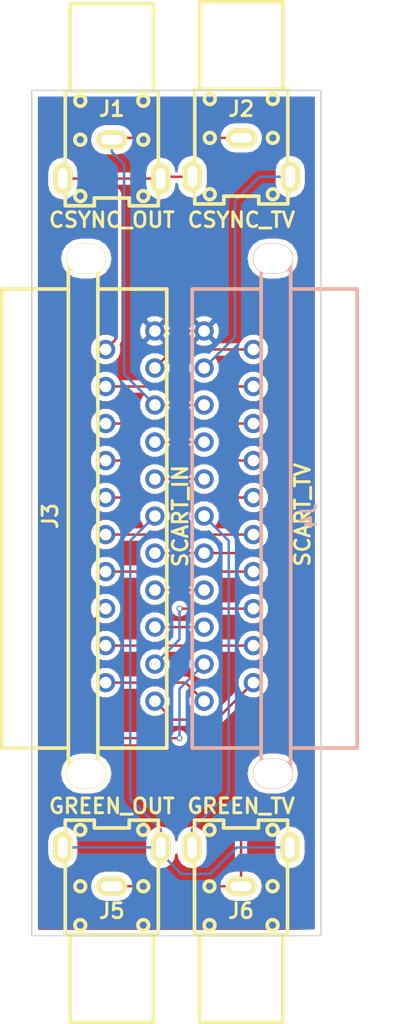
<source format=kicad_pcb>
(kicad_pcb (version 4) (host pcbnew 4.0.6)

  (general
    (links 31)
    (no_connects 0)
    (area 144.704999 38.024999 174.700001 125.170001)
    (thickness 1.6)
    (drawings 6)
    (tracks 70)
    (zones 0)
    (modules 6)
    (nets 24)
  )

  (page A4)
  (layers
    (0 F.Cu signal)
    (31 B.Cu signal)
    (32 B.Adhes user)
    (33 F.Adhes user)
    (34 B.Paste user)
    (35 F.Paste user)
    (36 B.SilkS user)
    (37 F.SilkS user)
    (38 B.Mask user)
    (39 F.Mask user)
    (40 Dwgs.User user)
    (41 Cmts.User user)
    (42 Eco1.User user)
    (43 Eco2.User user)
    (44 Edge.Cuts user)
    (45 Margin user)
    (46 B.CrtYd user)
    (47 F.CrtYd user)
    (48 B.Fab user)
    (49 F.Fab user)
  )

  (setup
    (last_trace_width 0.25)
    (trace_clearance 0.2)
    (zone_clearance 0.508)
    (zone_45_only no)
    (trace_min 0.2)
    (segment_width 0.2)
    (edge_width 0.15)
    (via_size 0.6)
    (via_drill 0.4)
    (via_min_size 0.4)
    (via_min_drill 0.3)
    (uvia_size 0.3)
    (uvia_drill 0.1)
    (uvias_allowed no)
    (uvia_min_size 0.2)
    (uvia_min_drill 0.1)
    (pcb_text_width 0.3)
    (pcb_text_size 1.5 1.5)
    (mod_edge_width 0.15)
    (mod_text_size 1 1)
    (mod_text_width 0.15)
    (pad_size 1.524 1.524)
    (pad_drill 0.762)
    (pad_to_mask_clearance 0.2)
    (aux_axis_origin 0 0)
    (visible_elements FFFFFF7F)
    (pcbplotparams
      (layerselection 0x010f0_80000001)
      (usegerberextensions false)
      (excludeedgelayer true)
      (linewidth 0.100000)
      (plotframeref false)
      (viasonmask false)
      (mode 1)
      (useauxorigin false)
      (hpglpennumber 1)
      (hpglpenspeed 20)
      (hpglpendiameter 15)
      (hpglpenoverlay 2)
      (psnegative false)
      (psa4output false)
      (plotreference true)
      (plotvalue true)
      (plotinvisibletext false)
      (padsonsilk false)
      (subtractmaskfromsilk false)
      (outputformat 1)
      (mirror false)
      (drillshape 0)
      (scaleselection 1)
      (outputdirectory Gerbers))
  )

  (net 0 "")
  (net 1 "Net-(J1-Pad1)")
  (net 2 "Net-(J1-Pad2)")
  (net 3 "Net-(J2-Pad1)")
  (net 4 "Net-(J3-Pad1)")
  (net 5 "Net-(J3-Pad2)")
  (net 6 "Net-(J3-Pad3)")
  (net 7 "Net-(J3-Pad4)")
  (net 8 "Net-(J3-Pad5)")
  (net 9 "Net-(J3-Pad6)")
  (net 10 "Net-(J3-Pad7)")
  (net 11 "Net-(J3-Pad8)")
  (net 12 "Net-(J3-Pad9)")
  (net 13 "Net-(J3-Pad10)")
  (net 14 "Net-(J3-Pad11)")
  (net 15 "Net-(J3-Pad12)")
  (net 16 "Net-(J3-Pad13)")
  (net 17 "Net-(J3-Pad14)")
  (net 18 "Net-(J3-Pad15)")
  (net 19 "Net-(J3-Pad16)")
  (net 20 "Net-(J3-Pad18)")
  (net 21 "Net-(J3-Pad19)")
  (net 22 "Net-(J3-Pad21)")
  (net 23 "Net-(J4-Pad11)")

  (net_class Default "This is the default net class."
    (clearance 0.2)
    (trace_width 0.25)
    (via_dia 0.6)
    (via_drill 0.4)
    (uvia_dia 0.3)
    (uvia_drill 0.1)
    (add_net "Net-(J1-Pad1)")
    (add_net "Net-(J1-Pad2)")
    (add_net "Net-(J2-Pad1)")
    (add_net "Net-(J3-Pad1)")
    (add_net "Net-(J3-Pad10)")
    (add_net "Net-(J3-Pad11)")
    (add_net "Net-(J3-Pad12)")
    (add_net "Net-(J3-Pad13)")
    (add_net "Net-(J3-Pad14)")
    (add_net "Net-(J3-Pad15)")
    (add_net "Net-(J3-Pad16)")
    (add_net "Net-(J3-Pad18)")
    (add_net "Net-(J3-Pad19)")
    (add_net "Net-(J3-Pad2)")
    (add_net "Net-(J3-Pad21)")
    (add_net "Net-(J3-Pad3)")
    (add_net "Net-(J3-Pad4)")
    (add_net "Net-(J3-Pad5)")
    (add_net "Net-(J3-Pad6)")
    (add_net "Net-(J3-Pad7)")
    (add_net "Net-(J3-Pad8)")
    (add_net "Net-(J3-Pad9)")
    (add_net "Net-(J4-Pad11)")
  )

  (module w_conn_av:SCART (layer F.Cu) (tedit 51C58D7B) (tstamp 59733F80)
    (at 150.20036 81.915 270)
    (descr "SCART socket, Tyco P/N 1483465-1")
    (path /597325F7)
    (fp_text reference J3 (at 0 3.51536 270) (layer F.SilkS)
      (effects (font (thickness 0.3048)))
    )
    (fp_text value SCART_IN (at 0 -9.906 270) (layer F.SilkS)
      (effects (font (thickness 0.3048)))
    )
    (fp_line (start -25.4 -1.397) (end -25.4 1.651) (layer F.SilkS) (width 0.381))
    (fp_line (start 25.4 -1.397) (end 25.4 1.651) (layer F.SilkS) (width 0.381))
    (fp_line (start -23.368 8.509) (end 23.876 8.509) (layer F.SilkS) (width 0.381))
    (fp_line (start -27.051 -1.397) (end -27.051 1.651) (layer F.SilkS) (width 0.381))
    (fp_line (start 27.051 -1.397) (end 27.051 1.651) (layer F.SilkS) (width 0.381))
    (fp_line (start -23.368 -1.397) (end -23.368 -8.509) (layer F.SilkS) (width 0.381))
    (fp_line (start -23.368 -8.509) (end 23.876 -8.509) (layer F.SilkS) (width 0.381))
    (fp_line (start 23.876 -8.509) (end 23.876 -1.397) (layer F.SilkS) (width 0.381))
    (fp_line (start -27.051 -1.397) (end 27.051 -1.397) (layer F.SilkS) (width 0.381))
    (fp_line (start 27.051 1.651) (end -27.051 1.651) (layer F.SilkS) (width 0.381))
    (fp_line (start -23.368 8.509) (end -23.368 1.651) (layer F.SilkS) (width 0.381))
    (fp_line (start 23.876 8.509) (end 23.876 1.651) (layer F.SilkS) (width 0.381))
    (pad 1 thru_hole circle (at 19.05 -7.27964 270) (size 1.99898 1.99898) (drill 1.19888) (layers *.Cu *.Mask)
      (net 4 "Net-(J3-Pad1)"))
    (pad 2 thru_hole circle (at 17.145 -2.19964 270) (size 1.99898 1.99898) (drill 1.19888) (layers *.Cu *.Mask)
      (net 5 "Net-(J3-Pad2)"))
    (pad 3 thru_hole circle (at 15.24 -7.27964 270) (size 1.99898 1.99898) (drill 1.19888) (layers *.Cu *.Mask)
      (net 6 "Net-(J3-Pad3)"))
    (pad 4 thru_hole circle (at 13.335 -2.19964 270) (size 1.99898 1.99898) (drill 1.19888) (layers *.Cu *.Mask)
      (net 7 "Net-(J3-Pad4)"))
    (pad 5 thru_hole circle (at 11.43 -7.27964 270) (size 1.99898 1.99898) (drill 1.19888) (layers *.Cu *.Mask)
      (net 8 "Net-(J3-Pad5)"))
    (pad 6 thru_hole circle (at 9.525 -2.19964 270) (size 1.99898 1.99898) (drill 1.19888) (layers *.Cu *.Mask)
      (net 9 "Net-(J3-Pad6)"))
    (pad 7 thru_hole circle (at 7.62 -7.27964 270) (size 1.99898 1.99898) (drill 1.19888) (layers *.Cu *.Mask)
      (net 10 "Net-(J3-Pad7)"))
    (pad 8 thru_hole circle (at 5.715 -2.19964 270) (size 1.99898 1.99898) (drill 1.19888) (layers *.Cu *.Mask)
      (net 11 "Net-(J3-Pad8)"))
    (pad 9 thru_hole circle (at 3.81 -7.27964 270) (size 1.99898 1.99898) (drill 1.19888) (layers *.Cu *.Mask)
      (net 12 "Net-(J3-Pad9)"))
    (pad 10 thru_hole circle (at 1.905 -2.19964 270) (size 1.99898 1.99898) (drill 1.19888) (layers *.Cu *.Mask)
      (net 13 "Net-(J3-Pad10)"))
    (pad 11 thru_hole circle (at 0 -7.27964 270) (size 1.99898 1.99898) (drill 1.19888) (layers *.Cu *.Mask)
      (net 14 "Net-(J3-Pad11)"))
    (pad 12 thru_hole circle (at -1.905 -2.19964 270) (size 1.99898 1.99898) (drill 1.19888) (layers *.Cu *.Mask)
      (net 15 "Net-(J3-Pad12)"))
    (pad 13 thru_hole circle (at -3.81 -7.27964 270) (size 1.99898 1.99898) (drill 1.19888) (layers *.Cu *.Mask)
      (net 16 "Net-(J3-Pad13)"))
    (pad 14 thru_hole circle (at -5.715 -2.19964 270) (size 1.99898 1.99898) (drill 1.19888) (layers *.Cu *.Mask)
      (net 17 "Net-(J3-Pad14)"))
    (pad 15 thru_hole circle (at -7.62 -7.27964 270) (size 1.99898 1.99898) (drill 1.19888) (layers *.Cu *.Mask)
      (net 18 "Net-(J3-Pad15)"))
    (pad 16 thru_hole circle (at -9.525 -2.19964 270) (size 1.99898 1.99898) (drill 1.19888) (layers *.Cu *.Mask)
      (net 19 "Net-(J3-Pad16)"))
    (pad 17 thru_hole circle (at -11.43 -7.27964 270) (size 1.99898 1.99898) (drill 1.19888) (layers *.Cu *.Mask)
      (net 2 "Net-(J1-Pad2)"))
    (pad 18 thru_hole circle (at -13.335 -2.19964 270) (size 1.99898 1.99898) (drill 1.19888) (layers *.Cu *.Mask)
      (net 20 "Net-(J3-Pad18)"))
    (pad 19 thru_hole circle (at -15.24 -7.27964 270) (size 1.99898 1.99898) (drill 1.19888) (layers *.Cu *.Mask)
      (net 21 "Net-(J3-Pad19)"))
    (pad 20 thru_hole circle (at -17.145 -2.19964 270) (size 1.99898 1.99898) (drill 1.19888) (layers *.Cu *.Mask)
      (net 1 "Net-(J1-Pad1)"))
    (pad 21 thru_hole circle (at -19.05 -7.27964 270) (size 1.99898 1.99898) (drill 1.19888) (layers *.Cu *.Mask)
      (net 22 "Net-(J3-Pad21)"))
    (pad "" np_thru_hole oval (at 26.49982 -0.20066 270) (size 3.1 4.1) (drill oval 3 4) (layers *.Cu *.Mask F.SilkS))
    (pad "" np_thru_hole oval (at -26.49982 -0.20066 270) (size 3.1 4.1) (drill oval 3 4) (layers *.Cu *.Mask F.SilkS))
    (model walter/conn_av/scart.wrl
      (at (xyz 0 0 0))
      (scale (xyz 1 1 1))
      (rotate (xyz 0 0 0))
    )
  )

  (module w_conn_av:SCART (layer B.Cu) (tedit 59736E33) (tstamp 59733F9B)
    (at 169.83964 81.915 270)
    (descr "SCART socket, Tyco P/N 1483465-1")
    (path /59732649)
    (fp_text reference J4 (at 0 -3.51536 270) (layer B.SilkS)
      (effects (font (thickness 0.3048)) (justify mirror))
    )
    (fp_text value SCART_TV (at -0.127 -2.88036 270) (layer F.SilkS)
      (effects (font (thickness 0.3048)))
    )
    (fp_line (start -25.4 1.397) (end -25.4 -1.651) (layer B.SilkS) (width 0.381))
    (fp_line (start 25.4 1.397) (end 25.4 -1.651) (layer B.SilkS) (width 0.381))
    (fp_line (start -23.368 -8.509) (end 23.876 -8.509) (layer B.SilkS) (width 0.381))
    (fp_line (start -27.051 1.397) (end -27.051 -1.651) (layer B.SilkS) (width 0.381))
    (fp_line (start 27.051 1.397) (end 27.051 -1.651) (layer B.SilkS) (width 0.381))
    (fp_line (start -23.368 1.397) (end -23.368 8.509) (layer B.SilkS) (width 0.381))
    (fp_line (start -23.368 8.509) (end 23.876 8.509) (layer B.SilkS) (width 0.381))
    (fp_line (start 23.876 8.509) (end 23.876 1.397) (layer B.SilkS) (width 0.381))
    (fp_line (start -27.051 1.397) (end 27.051 1.397) (layer B.SilkS) (width 0.381))
    (fp_line (start 27.051 -1.651) (end -27.051 -1.651) (layer B.SilkS) (width 0.381))
    (fp_line (start -23.368 -8.509) (end -23.368 -1.651) (layer B.SilkS) (width 0.381))
    (fp_line (start 23.876 -8.509) (end 23.876 -1.651) (layer B.SilkS) (width 0.381))
    (pad 1 thru_hole circle (at 19.05 7.27964 270) (size 1.99898 1.99898) (drill 1.19888) (layers *.Cu *.Mask)
      (net 5 "Net-(J3-Pad2)"))
    (pad 2 thru_hole circle (at 17.145 2.19964 270) (size 1.99898 1.99898) (drill 1.19888) (layers *.Cu *.Mask)
      (net 4 "Net-(J3-Pad1)"))
    (pad 3 thru_hole circle (at 15.24 7.27964 270) (size 1.99898 1.99898) (drill 1.19888) (layers *.Cu *.Mask)
      (net 9 "Net-(J3-Pad6)"))
    (pad 4 thru_hole circle (at 13.335 2.19964 270) (size 1.99898 1.99898) (drill 1.19888) (layers *.Cu *.Mask)
      (net 7 "Net-(J3-Pad4)"))
    (pad 5 thru_hole circle (at 11.43 7.27964 270) (size 1.99898 1.99898) (drill 1.19888) (layers *.Cu *.Mask)
      (net 8 "Net-(J3-Pad5)"))
    (pad 6 thru_hole circle (at 9.525 2.19964 270) (size 1.99898 1.99898) (drill 1.19888) (layers *.Cu *.Mask)
      (net 6 "Net-(J3-Pad3)"))
    (pad 7 thru_hole circle (at 7.62 7.27964 270) (size 1.99898 1.99898) (drill 1.19888) (layers *.Cu *.Mask)
      (net 10 "Net-(J3-Pad7)"))
    (pad 8 thru_hole circle (at 5.715 2.19964 270) (size 1.99898 1.99898) (drill 1.19888) (layers *.Cu *.Mask)
      (net 11 "Net-(J3-Pad8)"))
    (pad 9 thru_hole circle (at 3.81 7.27964 270) (size 1.99898 1.99898) (drill 1.19888) (layers *.Cu *.Mask)
      (net 12 "Net-(J3-Pad9)"))
    (pad 10 thru_hole circle (at 1.905 2.19964 270) (size 1.99898 1.99898) (drill 1.19888) (layers *.Cu *.Mask)
      (net 13 "Net-(J3-Pad10)"))
    (pad 11 thru_hole circle (at 0 7.27964 270) (size 1.99898 1.99898) (drill 1.19888) (layers *.Cu *.Mask)
      (net 23 "Net-(J4-Pad11)"))
    (pad 12 thru_hole circle (at -1.905 2.19964 270) (size 1.99898 1.99898) (drill 1.19888) (layers *.Cu *.Mask)
      (net 15 "Net-(J3-Pad12)"))
    (pad 13 thru_hole circle (at -3.81 7.27964 270) (size 1.99898 1.99898) (drill 1.19888) (layers *.Cu *.Mask)
      (net 16 "Net-(J3-Pad13)"))
    (pad 14 thru_hole circle (at -5.715 2.19964 270) (size 1.99898 1.99898) (drill 1.19888) (layers *.Cu *.Mask)
      (net 17 "Net-(J3-Pad14)"))
    (pad 15 thru_hole circle (at -7.62 7.27964 270) (size 1.99898 1.99898) (drill 1.19888) (layers *.Cu *.Mask)
      (net 18 "Net-(J3-Pad15)"))
    (pad 16 thru_hole circle (at -9.525 2.19964 270) (size 1.99898 1.99898) (drill 1.19888) (layers *.Cu *.Mask)
      (net 19 "Net-(J3-Pad16)"))
    (pad 17 thru_hole circle (at -11.43 7.27964 270) (size 1.99898 1.99898) (drill 1.19888) (layers *.Cu *.Mask)
      (net 2 "Net-(J1-Pad2)"))
    (pad 18 thru_hole circle (at -13.335 2.19964 270) (size 1.99898 1.99898) (drill 1.19888) (layers *.Cu *.Mask)
      (net 20 "Net-(J3-Pad18)"))
    (pad 19 thru_hole circle (at -15.24 7.27964 270) (size 1.99898 1.99898) (drill 1.19888) (layers *.Cu *.Mask)
      (net 3 "Net-(J2-Pad1)"))
    (pad 20 thru_hole circle (at -17.145 2.19964 270) (size 1.99898 1.99898) (drill 1.19888) (layers *.Cu *.Mask)
      (net 21 "Net-(J3-Pad19)"))
    (pad 21 thru_hole circle (at -19.05 7.27964 270) (size 1.99898 1.99898) (drill 1.19888) (layers *.Cu *.Mask)
      (net 22 "Net-(J3-Pad21)"))
    (pad "" np_thru_hole oval (at 26.49982 0.20066 270) (size 3.1 4.1) (drill oval 3 4) (layers *.Cu *.Mask B.SilkS))
    (pad "" np_thru_hole oval (at -26.49982 0.20066 270) (size 3.1 4.1) (drill oval 3 4) (layers *.Cu *.Mask B.SilkS))
    (model walter/conn_av/scart.wrl
      (at (xyz 0 0 0))
      (scale (xyz 1 1 1))
      (rotate (xyz 0 0 0))
    )
  )

  (module rca_switch_footprint:rca_yellow (layer F.Cu) (tedit 597359BB) (tstamp 59733FA2)
    (at 153.035 120.015)
    (descr "RCA Audio connector, yellow, Pro Signal p/n PSG01547")
    (tags "rca, audio")
    (path /59733FC8)
    (fp_text reference J5 (at 0 2.54) (layer F.SilkS)
      (effects (font (thickness 0.3048)))
    )
    (fp_text value GREEN_OUT (at 0 -8.255) (layer F.SilkS)
      (effects (font (thickness 0.3048)))
    )
    (fp_circle (center -3.2512 -5.79882) (end -3.79984 -5.79882) (layer F.SilkS) (width 0.381))
    (fp_circle (center 3.2512 -5.79882) (end 2.70002 -5.84962) (layer F.SilkS) (width 0.381))
    (fp_circle (center 3.2512 4.0005) (end 2.70002 4.04876) (layer F.SilkS) (width 0.381))
    (fp_circle (center -3.2512 4.0005) (end -3.79984 3.9497) (layer F.SilkS) (width 0.381))
    (fp_circle (center -3.2512 0) (end -3.79984 0) (layer F.SilkS) (width 0.381))
    (fp_circle (center 3.2512 0) (end 2.70002 -0.0508) (layer F.SilkS) (width 0.381))
    (fp_line (start -4.30022 5.00126) (end -4.30022 14.00048) (layer F.SilkS) (width 0.381))
    (fp_line (start -4.30022 14.00048) (end 4.30022 14.00048) (layer F.SilkS) (width 0.381))
    (fp_line (start 4.30022 14.00048) (end 4.30022 5.00126) (layer F.SilkS) (width 0.381))
    (fp_line (start 4.8006 -4.89966) (end 5.40004 -4.89966) (layer F.SilkS) (width 0.381))
    (fp_line (start 5.40004 -4.89966) (end 5.40004 -3.0988) (layer F.SilkS) (width 0.381))
    (fp_line (start 5.40004 -3.0988) (end 4.8006 -3.0988) (layer F.SilkS) (width 0.381))
    (fp_line (start -5.40004 -4.89966) (end -4.8006 -4.89966) (layer F.SilkS) (width 0.381))
    (fp_line (start -4.8006 -3.0988) (end -5.40004 -3.0988) (layer F.SilkS) (width 0.381))
    (fp_line (start -5.40004 -3.0988) (end -5.40004 -4.89966) (layer F.SilkS) (width 0.381))
    (fp_line (start -4.8006 -6.79958) (end -1.80086 -6.79958) (layer F.SilkS) (width 0.381))
    (fp_line (start -1.80086 -6.79958) (end -1.80086 -5.99948) (layer F.SilkS) (width 0.381))
    (fp_line (start -1.80086 -5.99948) (end 1.80086 -5.99948) (layer F.SilkS) (width 0.381))
    (fp_line (start 1.80086 -5.99948) (end 1.80086 -6.79958) (layer F.SilkS) (width 0.381))
    (fp_line (start 1.80086 -6.79958) (end 4.8006 -6.79958) (layer F.SilkS) (width 0.381))
    (fp_line (start 4.8006 5.00126) (end -4.8006 5.00126) (layer F.SilkS) (width 0.381))
    (fp_line (start -4.8006 4.99872) (end -4.8006 -6.80212) (layer F.SilkS) (width 0.381))
    (fp_line (start 4.8006 -6.79958) (end 4.8006 5.00126) (layer F.SilkS) (width 0.381))
    (pad 3 thru_hole oval (at 5.0546 -3.99796) (size 1.99898 3.19786) (drill oval 0.99568 2.1971) (layers *.Cu *.Mask F.SilkS)
      (net 14 "Net-(J3-Pad11)"))
    (pad 2 thru_hole oval (at 0 0) (size 3.19786 1.99898) (drill oval 2.1971 0.99568) (layers *.Cu *.Mask F.SilkS)
      (net 12 "Net-(J3-Pad9)"))
    (pad 1 thru_hole oval (at -5.0546 -3.99796) (size 1.99898 3.19786) (drill oval 0.99568 2.1971) (layers *.Cu *.Mask F.SilkS)
      (net 14 "Net-(J3-Pad11)"))
    (model walter/conn_av/rca_yellow.wrl
      (at (xyz 0 0 0))
      (scale (xyz 1 1 1))
      (rotate (xyz 0 0 0))
    )
  )

  (module rca_switch_footprint:rca_yellow (layer F.Cu) (tedit 59736E27) (tstamp 59733FA9)
    (at 166.37 120.015)
    (descr "RCA Audio connector, yellow, Pro Signal p/n PSG01547")
    (tags "rca, audio")
    (path /59733A54)
    (fp_text reference J6 (at 0 2.54) (layer F.SilkS)
      (effects (font (thickness 0.3048)))
    )
    (fp_text value GREEN_TV (at 0 -8.255) (layer F.SilkS)
      (effects (font (thickness 0.3048)))
    )
    (fp_circle (center -3.2512 -5.79882) (end -3.79984 -5.79882) (layer F.SilkS) (width 0.381))
    (fp_circle (center 3.2512 -5.79882) (end 2.70002 -5.84962) (layer F.SilkS) (width 0.381))
    (fp_circle (center 3.2512 4.0005) (end 2.70002 4.04876) (layer F.SilkS) (width 0.381))
    (fp_circle (center -3.2512 4.0005) (end -3.79984 3.9497) (layer F.SilkS) (width 0.381))
    (fp_circle (center -3.2512 0) (end -3.79984 0) (layer F.SilkS) (width 0.381))
    (fp_circle (center 3.2512 0) (end 2.70002 -0.0508) (layer F.SilkS) (width 0.381))
    (fp_line (start -4.30022 5.00126) (end -4.30022 14.00048) (layer F.SilkS) (width 0.381))
    (fp_line (start -4.30022 14.00048) (end 4.30022 14.00048) (layer F.SilkS) (width 0.381))
    (fp_line (start 4.30022 14.00048) (end 4.30022 5.00126) (layer F.SilkS) (width 0.381))
    (fp_line (start 4.8006 -4.89966) (end 5.40004 -4.89966) (layer F.SilkS) (width 0.381))
    (fp_line (start 5.40004 -4.89966) (end 5.40004 -3.0988) (layer F.SilkS) (width 0.381))
    (fp_line (start 5.40004 -3.0988) (end 4.8006 -3.0988) (layer F.SilkS) (width 0.381))
    (fp_line (start -5.40004 -4.89966) (end -4.8006 -4.89966) (layer F.SilkS) (width 0.381))
    (fp_line (start -4.8006 -3.0988) (end -5.40004 -3.0988) (layer F.SilkS) (width 0.381))
    (fp_line (start -5.40004 -3.0988) (end -5.40004 -4.89966) (layer F.SilkS) (width 0.381))
    (fp_line (start -4.8006 -6.79958) (end -1.80086 -6.79958) (layer F.SilkS) (width 0.381))
    (fp_line (start -1.80086 -6.79958) (end -1.80086 -5.99948) (layer F.SilkS) (width 0.381))
    (fp_line (start -1.80086 -5.99948) (end 1.80086 -5.99948) (layer F.SilkS) (width 0.381))
    (fp_line (start 1.80086 -5.99948) (end 1.80086 -6.79958) (layer F.SilkS) (width 0.381))
    (fp_line (start 1.80086 -6.79958) (end 4.8006 -6.79958) (layer F.SilkS) (width 0.381))
    (fp_line (start 4.8006 5.00126) (end -4.8006 5.00126) (layer F.SilkS) (width 0.381))
    (fp_line (start -4.8006 4.99872) (end -4.8006 -6.80212) (layer F.SilkS) (width 0.381))
    (fp_line (start 4.8006 -6.79958) (end 4.8006 5.00126) (layer F.SilkS) (width 0.381))
    (pad 3 thru_hole oval (at 5.0546 -3.99796) (size 1.99898 3.19786) (drill oval 0.99568 2.1971) (layers *.Cu *.Mask F.SilkS)
      (net 14 "Net-(J3-Pad11)"))
    (pad 2 thru_hole oval (at 0 0) (size 3.19786 1.99898) (drill oval 2.1971 0.99568) (layers *.Cu *.Mask F.SilkS)
      (net 12 "Net-(J3-Pad9)"))
    (pad 1 thru_hole oval (at -5.0546 -3.99796) (size 1.99898 3.19786) (drill oval 0.99568 2.1971) (layers *.Cu *.Mask F.SilkS)
      (net 23 "Net-(J4-Pad11)"))
    (model walter/conn_av/rca_yellow.wrl
      (at (xyz 0 0 0))
      (scale (xyz 1 1 1))
      (rotate (xyz 0 0 0))
    )
  )

  (module rca_switch_footprint:rca_yellow (layer F.Cu) (tedit 597359BB) (tstamp 59733F5E)
    (at 153.035 43.18 180)
    (descr "RCA Audio connector, yellow, Pro Signal p/n PSG01547")
    (tags "rca, audio")
    (path /59734571)
    (fp_text reference J1 (at 0 3.175 180) (layer F.SilkS)
      (effects (font (thickness 0.3048)))
    )
    (fp_text value CSYNC_OUT (at 0 -8.255 360) (layer F.SilkS)
      (effects (font (thickness 0.3048)))
    )
    (fp_circle (center -3.2512 -5.79882) (end -3.79984 -5.79882) (layer F.SilkS) (width 0.381))
    (fp_circle (center 3.2512 -5.79882) (end 2.70002 -5.84962) (layer F.SilkS) (width 0.381))
    (fp_circle (center 3.2512 4.0005) (end 2.70002 4.04876) (layer F.SilkS) (width 0.381))
    (fp_circle (center -3.2512 4.0005) (end -3.79984 3.9497) (layer F.SilkS) (width 0.381))
    (fp_circle (center -3.2512 0) (end -3.79984 0) (layer F.SilkS) (width 0.381))
    (fp_circle (center 3.2512 0) (end 2.70002 -0.0508) (layer F.SilkS) (width 0.381))
    (fp_line (start -4.30022 5.00126) (end -4.30022 14.00048) (layer F.SilkS) (width 0.381))
    (fp_line (start -4.30022 14.00048) (end 4.30022 14.00048) (layer F.SilkS) (width 0.381))
    (fp_line (start 4.30022 14.00048) (end 4.30022 5.00126) (layer F.SilkS) (width 0.381))
    (fp_line (start 4.8006 -4.89966) (end 5.40004 -4.89966) (layer F.SilkS) (width 0.381))
    (fp_line (start 5.40004 -4.89966) (end 5.40004 -3.0988) (layer F.SilkS) (width 0.381))
    (fp_line (start 5.40004 -3.0988) (end 4.8006 -3.0988) (layer F.SilkS) (width 0.381))
    (fp_line (start -5.40004 -4.89966) (end -4.8006 -4.89966) (layer F.SilkS) (width 0.381))
    (fp_line (start -4.8006 -3.0988) (end -5.40004 -3.0988) (layer F.SilkS) (width 0.381))
    (fp_line (start -5.40004 -3.0988) (end -5.40004 -4.89966) (layer F.SilkS) (width 0.381))
    (fp_line (start -4.8006 -6.79958) (end -1.80086 -6.79958) (layer F.SilkS) (width 0.381))
    (fp_line (start -1.80086 -6.79958) (end -1.80086 -5.99948) (layer F.SilkS) (width 0.381))
    (fp_line (start -1.80086 -5.99948) (end 1.80086 -5.99948) (layer F.SilkS) (width 0.381))
    (fp_line (start 1.80086 -5.99948) (end 1.80086 -6.79958) (layer F.SilkS) (width 0.381))
    (fp_line (start 1.80086 -6.79958) (end 4.8006 -6.79958) (layer F.SilkS) (width 0.381))
    (fp_line (start 4.8006 5.00126) (end -4.8006 5.00126) (layer F.SilkS) (width 0.381))
    (fp_line (start -4.8006 4.99872) (end -4.8006 -6.80212) (layer F.SilkS) (width 0.381))
    (fp_line (start 4.8006 -6.79958) (end 4.8006 5.00126) (layer F.SilkS) (width 0.381))
    (pad 3 thru_hole oval (at 5.0546 -3.99796 180) (size 1.99898 3.19786) (drill oval 0.99568 2.1971) (layers *.Cu *.Mask F.SilkS)
      (net 1 "Net-(J1-Pad1)"))
    (pad 2 thru_hole oval (at 0 0 180) (size 3.19786 1.99898) (drill oval 2.1971 0.99568) (layers *.Cu *.Mask F.SilkS)
      (net 2 "Net-(J1-Pad2)"))
    (pad 1 thru_hole oval (at -5.0546 -3.99796 180) (size 1.99898 3.19786) (drill oval 0.99568 2.1971) (layers *.Cu *.Mask F.SilkS)
      (net 1 "Net-(J1-Pad1)"))
    (model walter/conn_av/rca_yellow.wrl
      (at (xyz 0 0 0))
      (scale (xyz 1 1 1))
      (rotate (xyz 0 0 0))
    )
  )

  (module rca_switch_footprint:rca_yellow (layer F.Cu) (tedit 59736E16) (tstamp 59733F65)
    (at 166.3954 42.99204 180)
    (descr "RCA Audio connector, yellow, Pro Signal p/n PSG01547")
    (tags "rca, audio")
    (path /597343FA)
    (fp_text reference J2 (at 0 2.98704 180) (layer F.SilkS)
      (effects (font (thickness 0.3048)))
    )
    (fp_text value CSYNC_TV (at 0 -8.44296 180) (layer F.SilkS)
      (effects (font (thickness 0.3048)))
    )
    (fp_circle (center -3.2512 -5.79882) (end -3.79984 -5.79882) (layer F.SilkS) (width 0.381))
    (fp_circle (center 3.2512 -5.79882) (end 2.70002 -5.84962) (layer F.SilkS) (width 0.381))
    (fp_circle (center 3.2512 4.0005) (end 2.70002 4.04876) (layer F.SilkS) (width 0.381))
    (fp_circle (center -3.2512 4.0005) (end -3.79984 3.9497) (layer F.SilkS) (width 0.381))
    (fp_circle (center -3.2512 0) (end -3.79984 0) (layer F.SilkS) (width 0.381))
    (fp_circle (center 3.2512 0) (end 2.70002 -0.0508) (layer F.SilkS) (width 0.381))
    (fp_line (start -4.30022 5.00126) (end -4.30022 14.00048) (layer F.SilkS) (width 0.381))
    (fp_line (start -4.30022 14.00048) (end 4.30022 14.00048) (layer F.SilkS) (width 0.381))
    (fp_line (start 4.30022 14.00048) (end 4.30022 5.00126) (layer F.SilkS) (width 0.381))
    (fp_line (start 4.8006 -4.89966) (end 5.40004 -4.89966) (layer F.SilkS) (width 0.381))
    (fp_line (start 5.40004 -4.89966) (end 5.40004 -3.0988) (layer F.SilkS) (width 0.381))
    (fp_line (start 5.40004 -3.0988) (end 4.8006 -3.0988) (layer F.SilkS) (width 0.381))
    (fp_line (start -5.40004 -4.89966) (end -4.8006 -4.89966) (layer F.SilkS) (width 0.381))
    (fp_line (start -4.8006 -3.0988) (end -5.40004 -3.0988) (layer F.SilkS) (width 0.381))
    (fp_line (start -5.40004 -3.0988) (end -5.40004 -4.89966) (layer F.SilkS) (width 0.381))
    (fp_line (start -4.8006 -6.79958) (end -1.80086 -6.79958) (layer F.SilkS) (width 0.381))
    (fp_line (start -1.80086 -6.79958) (end -1.80086 -5.99948) (layer F.SilkS) (width 0.381))
    (fp_line (start -1.80086 -5.99948) (end 1.80086 -5.99948) (layer F.SilkS) (width 0.381))
    (fp_line (start 1.80086 -5.99948) (end 1.80086 -6.79958) (layer F.SilkS) (width 0.381))
    (fp_line (start 1.80086 -6.79958) (end 4.8006 -6.79958) (layer F.SilkS) (width 0.381))
    (fp_line (start 4.8006 5.00126) (end -4.8006 5.00126) (layer F.SilkS) (width 0.381))
    (fp_line (start -4.8006 4.99872) (end -4.8006 -6.80212) (layer F.SilkS) (width 0.381))
    (fp_line (start 4.8006 -6.79958) (end 4.8006 5.00126) (layer F.SilkS) (width 0.381))
    (pad 3 thru_hole oval (at 5.0546 -3.99796 180) (size 1.99898 3.19786) (drill oval 0.99568 2.1971) (layers *.Cu *.Mask F.SilkS)
      (net 1 "Net-(J1-Pad1)"))
    (pad 2 thru_hole oval (at 0 0 180) (size 3.19786 1.99898) (drill oval 2.1971 0.99568) (layers *.Cu *.Mask F.SilkS)
      (net 2 "Net-(J1-Pad2)"))
    (pad 1 thru_hole oval (at -5.0546 -3.99796 180) (size 1.99898 3.19786) (drill oval 0.99568 2.1971) (layers *.Cu *.Mask F.SilkS)
      (net 3 "Net-(J2-Pad1)"))
    (model walter/conn_av/rca_yellow.wrl
      (at (xyz 0 0 0))
      (scale (xyz 1 1 1))
      (rotate (xyz 0 0 0))
    )
  )

  (dimension 89.535 (width 0.3) (layer Eco2.User)
    (gr_text "89.535 mm" (at 180.42 80.3275 270) (layer Eco2.User)
      (effects (font (size 1.5 1.5) (thickness 0.3)))
    )
    (feature1 (pts (xy 177.165 125.095) (xy 181.77 125.095)))
    (feature2 (pts (xy 177.165 35.56) (xy 181.77 35.56)))
    (crossbar (pts (xy 179.07 35.56) (xy 179.07 125.095)))
    (arrow1a (pts (xy 179.07 125.095) (xy 178.483579 123.968496)))
    (arrow1b (pts (xy 179.07 125.095) (xy 179.656421 123.968496)))
    (arrow2a (pts (xy 179.07 35.56) (xy 178.483579 36.686504)))
    (arrow2b (pts (xy 179.07 35.56) (xy 179.656421 36.686504)))
  )
  (dimension 29.845 (width 0.3) (layer Eco2.User)
    (gr_text "29.845 mm" (at 159.7025 35.56) (layer Eco2.User)
      (effects (font (size 1.5 1.5) (thickness 0.3)))
    )
    (feature1 (pts (xy 174.625 35.56) (xy 174.625 35.56)))
    (feature2 (pts (xy 144.78 35.56) (xy 144.78 35.56)))
    (crossbar (pts (xy 144.78 35.56) (xy 174.625 35.56)))
    (arrow1a (pts (xy 174.625 35.56) (xy 173.498496 36.146421)))
    (arrow1b (pts (xy 174.625 35.56) (xy 173.498496 34.973579)))
    (arrow2a (pts (xy 144.78 35.56) (xy 145.906504 36.146421)))
    (arrow2b (pts (xy 144.78 35.56) (xy 145.906504 34.973579)))
  )
  (gr_line (start 144.78 125.095) (end 174.625 125.095) (layer Edge.Cuts) (width 0.15))
  (gr_line (start 144.78 38.1) (end 174.625 38.1) (layer Edge.Cuts) (width 0.15))
  (gr_line (start 174.625 125.095) (end 174.625 38.1) (layer Edge.Cuts) (width 0.15) (tstamp 59736C8F))
  (gr_line (start 144.78 125.095) (end 144.78 38.1) (layer Edge.Cuts) (width 0.15))

  (segment (start 158.0896 47.17796) (end 151.765 47.17796) (width 0.25) (layer F.Cu) (net 1))
  (segment (start 151.765 47.17796) (end 147.9804 47.17796) (width 0.25) (layer F.Cu) (net 1))
  (segment (start 152.4 64.77) (end 153.399489 63.770511) (width 0.25) (layer F.Cu) (net 1))
  (segment (start 153.399489 63.770511) (end 153.399489 48.812449) (width 0.25) (layer F.Cu) (net 1))
  (segment (start 153.399489 48.812449) (end 151.765 47.17796) (width 0.25) (layer F.Cu) (net 1))
  (segment (start 161.3408 46.99) (end 158.27756 46.99) (width 0.25) (layer F.Cu) (net 1))
  (segment (start 158.27756 46.99) (end 158.0896 47.17796) (width 0.25) (layer F.Cu) (net 1))
  (segment (start 157.48 70.485) (end 162.56 70.485) (width 0.25) (layer F.Cu) (net 2))
  (segment (start 166.3954 42.99204) (end 153.22296 42.99204) (width 0.25) (layer F.Cu) (net 2))
  (segment (start 153.22296 42.99204) (end 153.035 43.18) (width 0.25) (layer F.Cu) (net 2))
  (segment (start 157.48 70.485) (end 154.305 67.31) (width 0.25) (layer B.Cu) (net 2))
  (segment (start 154.305 67.31) (end 154.305 45.69949) (width 0.25) (layer B.Cu) (net 2))
  (segment (start 154.305 45.69949) (end 153.035 44.42949) (width 0.25) (layer B.Cu) (net 2))
  (segment (start 153.035 44.42949) (end 153.035 43.18) (width 0.25) (layer B.Cu) (net 2))
  (segment (start 165.735 49.53) (end 168.275 46.99) (width 0.25) (layer B.Cu) (net 3))
  (segment (start 168.275 46.99) (end 171.45 46.99) (width 0.25) (layer B.Cu) (net 3))
  (segment (start 162.56 66.675) (end 165.735 63.5) (width 0.25) (layer B.Cu) (net 3))
  (segment (start 165.735 63.5) (end 165.735 49.53) (width 0.25) (layer B.Cu) (net 3))
  (segment (start 159.385 102.87) (end 163.83 102.87) (width 0.25) (layer F.Cu) (net 4))
  (segment (start 163.83 102.87) (end 167.64 99.06) (width 0.25) (layer F.Cu) (net 4))
  (segment (start 157.48 100.965) (end 159.385 102.87) (width 0.25) (layer F.Cu) (net 4))
  (segment (start 162.56 100.965) (end 160.655 99.06) (width 0.25) (layer F.Cu) (net 5))
  (segment (start 160.655 99.06) (end 152.4 99.06) (width 0.25) (layer F.Cu) (net 5))
  (segment (start 160.02 91.44) (end 167.64 91.44) (width 0.25) (layer F.Cu) (net 6))
  (segment (start 157.48 97.155) (end 160.02 94.615) (width 0.25) (layer B.Cu) (net 6))
  (segment (start 160.02 94.615) (end 160.02 91.44) (width 0.25) (layer B.Cu) (net 6))
  (via (at 160.02 91.44) (size 0.6) (drill 0.4) (layers F.Cu B.Cu) (net 6))
  (segment (start 167.64 95.25) (end 152.4 95.25) (width 0.25) (layer F.Cu) (net 7))
  (segment (start 162.56 93.345) (end 157.48 93.345) (width 0.25) (layer F.Cu) (net 8))
  (segment (start 160.02 104.775) (end 160.02 99.695) (width 0.25) (layer B.Cu) (net 9))
  (segment (start 160.02 99.695) (end 162.56 97.155) (width 0.25) (layer B.Cu) (net 9))
  (segment (start 149.225 100.965) (end 153.035 104.775) (width 0.25) (layer F.Cu) (net 9))
  (segment (start 153.035 104.775) (end 160.02 104.775) (width 0.25) (layer F.Cu) (net 9))
  (via (at 160.02 104.775) (size 0.6) (drill 0.4) (layers F.Cu B.Cu) (net 9))
  (segment (start 149.225 94.615) (end 149.225 100.965) (width 0.25) (layer F.Cu) (net 9))
  (segment (start 152.4 91.44) (end 149.225 94.615) (width 0.25) (layer F.Cu) (net 9))
  (segment (start 162.56 89.535) (end 157.48 89.535) (width 0.25) (layer F.Cu) (net 10))
  (segment (start 167.64 87.63) (end 152.4 87.63) (width 0.25) (layer F.Cu) (net 11))
  (segment (start 166.37 120.015) (end 153.035 120.015) (width 0.25) (layer F.Cu) (net 12))
  (segment (start 166.37 120.015) (end 166.37 105.41) (width 0.25) (layer F.Cu) (net 12))
  (segment (start 162.56 85.725) (end 169.545 85.725) (width 0.25) (layer F.Cu) (net 12))
  (segment (start 169.545 85.725) (end 170.815 86.995) (width 0.25) (layer F.Cu) (net 12))
  (segment (start 170.815 86.995) (end 170.815 100.965) (width 0.25) (layer F.Cu) (net 12))
  (segment (start 170.815 100.965) (end 166.37 105.41) (width 0.25) (layer F.Cu) (net 12))
  (segment (start 162.56 85.725) (end 161.146508 85.725) (width 0.25) (layer F.Cu) (net 12))
  (segment (start 161.146508 85.725) (end 157.48 85.725) (width 0.25) (layer F.Cu) (net 12))
  (segment (start 167.64 83.82) (end 152.4 83.82) (width 0.25) (layer F.Cu) (net 13))
  (segment (start 163.195 118.745) (end 160.21812 118.745) (width 0.25) (layer B.Cu) (net 14))
  (segment (start 160.21812 118.745) (end 158.0896 116.61648) (width 0.25) (layer B.Cu) (net 14))
  (segment (start 158.0896 116.61648) (end 158.0896 116.01704) (width 0.25) (layer B.Cu) (net 14))
  (segment (start 165.92296 116.01704) (end 163.195 118.745) (width 0.25) (layer B.Cu) (net 14))
  (segment (start 171.4246 116.01704) (end 165.92296 116.01704) (width 0.25) (layer B.Cu) (net 14))
  (segment (start 147.9804 116.01704) (end 158.0896 116.01704) (width 0.25) (layer B.Cu) (net 14))
  (segment (start 157.48 81.915) (end 154.94 84.455) (width 0.25) (layer B.Cu) (net 14))
  (segment (start 154.94 84.455) (end 154.94 111.01851) (width 0.25) (layer B.Cu) (net 14))
  (segment (start 158.0896 114.16811) (end 158.0896 116.01704) (width 0.25) (layer B.Cu) (net 14))
  (segment (start 154.94 111.01851) (end 158.0896 114.16811) (width 0.25) (layer B.Cu) (net 14))
  (segment (start 167.64 80.01) (end 152.4 80.01) (width 0.25) (layer F.Cu) (net 15))
  (segment (start 162.56 78.105) (end 157.48 78.105) (width 0.25) (layer F.Cu) (net 16))
  (segment (start 167.64 76.2) (end 152.4 76.2) (width 0.25) (layer F.Cu) (net 17))
  (segment (start 162.56 74.295) (end 157.48 74.295) (width 0.25) (layer F.Cu) (net 18))
  (segment (start 167.64 72.39) (end 152.4 72.39) (width 0.25) (layer F.Cu) (net 19))
  (segment (start 167.64 68.58) (end 152.4 68.58) (width 0.25) (layer F.Cu) (net 20))
  (segment (start 159.385 64.77) (end 167.64 64.77) (width 0.25) (layer F.Cu) (net 21))
  (segment (start 157.48 66.675) (end 159.385 64.77) (width 0.25) (layer F.Cu) (net 21))
  (segment (start 157.48 62.865) (end 162.56 62.865) (width 0.25) (layer F.Cu) (net 22))
  (segment (start 165.1 110.38351) (end 165.1 84.455) (width 0.25) (layer B.Cu) (net 23))
  (segment (start 165.1 84.455) (end 162.56 81.915) (width 0.25) (layer B.Cu) (net 23))
  (segment (start 161.3154 116.01704) (end 161.3154 114.16811) (width 0.25) (layer B.Cu) (net 23))
  (segment (start 161.3154 114.16811) (end 165.1 110.38351) (width 0.25) (layer B.Cu) (net 23))

  (zone (net 22) (net_name "Net-(J3-Pad21)") (layer B.Cu) (tstamp 0) (hatch edge 0.508)
    (connect_pads (clearance 0.508))
    (min_thickness 0.254)
    (fill yes (arc_segments 16) (thermal_gap 0.508) (thermal_bridge_width 0.508))
    (polygon
      (pts
        (xy 145.415 38.735) (xy 173.99 38.735) (xy 173.99 124.46) (xy 145.415 124.46)
      )
    )
    (filled_polygon
      (pts
        (xy 173.863 124.333) (xy 145.542 124.333) (xy 145.542 120.015) (xy 150.757305 120.015) (xy 150.881723 120.640492)
        (xy 151.236036 121.170759) (xy 151.766303 121.525072) (xy 152.391795 121.64949) (xy 153.678205 121.64949) (xy 154.303697 121.525072)
        (xy 154.833964 121.170759) (xy 155.188277 120.640492) (xy 155.312695 120.015) (xy 164.092305 120.015) (xy 164.216723 120.640492)
        (xy 164.571036 121.170759) (xy 165.101303 121.525072) (xy 165.726795 121.64949) (xy 167.013205 121.64949) (xy 167.638697 121.525072)
        (xy 168.168964 121.170759) (xy 168.523277 120.640492) (xy 168.647695 120.015) (xy 168.523277 119.389508) (xy 168.168964 118.859241)
        (xy 167.638697 118.504928) (xy 167.013205 118.38051) (xy 165.726795 118.38051) (xy 165.101303 118.504928) (xy 164.571036 118.859241)
        (xy 164.216723 119.389508) (xy 164.092305 120.015) (xy 155.312695 120.015) (xy 155.188277 119.389508) (xy 154.833964 118.859241)
        (xy 154.303697 118.504928) (xy 153.678205 118.38051) (xy 152.391795 118.38051) (xy 151.766303 118.504928) (xy 151.236036 118.859241)
        (xy 150.881723 119.389508) (xy 150.757305 120.015) (xy 145.542 120.015) (xy 145.542 115.373835) (xy 146.34591 115.373835)
        (xy 146.34591 116.660245) (xy 146.470328 117.285737) (xy 146.824641 117.816004) (xy 147.354908 118.170317) (xy 147.9804 118.294735)
        (xy 148.605892 118.170317) (xy 149.136159 117.816004) (xy 149.490472 117.285737) (xy 149.591658 116.77704) (xy 156.478342 116.77704)
        (xy 156.579528 117.285737) (xy 156.933841 117.816004) (xy 157.464108 118.170317) (xy 158.0896 118.294735) (xy 158.592934 118.194616)
        (xy 159.680719 119.282401) (xy 159.927281 119.447148) (xy 160.21812 119.505) (xy 163.195 119.505) (xy 163.485839 119.447148)
        (xy 163.732401 119.282401) (xy 166.237762 116.77704) (xy 169.813342 116.77704) (xy 169.914528 117.285737) (xy 170.268841 117.816004)
        (xy 170.799108 118.170317) (xy 171.4246 118.294735) (xy 172.050092 118.170317) (xy 172.580359 117.816004) (xy 172.934672 117.285737)
        (xy 173.05909 116.660245) (xy 173.05909 115.373835) (xy 172.934672 114.748343) (xy 172.580359 114.218076) (xy 172.050092 113.863763)
        (xy 171.4246 113.739345) (xy 170.799108 113.863763) (xy 170.268841 114.218076) (xy 169.914528 114.748343) (xy 169.813342 115.25704)
        (xy 165.92296 115.25704) (xy 165.632121 115.314892) (xy 165.385559 115.479639) (xy 162.880198 117.985) (xy 162.218239 117.985)
        (xy 162.471159 117.816004) (xy 162.825472 117.285737) (xy 162.94989 116.660245) (xy 162.94989 115.373835) (xy 162.825472 114.748343)
        (xy 162.471159 114.218076) (xy 162.392676 114.165636) (xy 165.637401 110.920911) (xy 165.802148 110.674349) (xy 165.86 110.38351)
        (xy 165.86 108.41482) (xy 166.901378 108.41482) (xy 167.067701 109.250983) (xy 167.54135 109.959848) (xy 168.250215 110.433497)
        (xy 169.086378 110.59982) (xy 170.191582 110.59982) (xy 171.027745 110.433497) (xy 171.73661 109.959848) (xy 172.210259 109.250983)
        (xy 172.376582 108.41482) (xy 172.210259 107.578657) (xy 171.73661 106.869792) (xy 171.027745 106.396143) (xy 170.191582 106.22982)
        (xy 169.086378 106.22982) (xy 168.250215 106.396143) (xy 167.54135 106.869792) (xy 167.067701 107.578657) (xy 166.901378 108.41482)
        (xy 165.86 108.41482) (xy 165.86 99.383694) (xy 166.005226 99.383694) (xy 166.253538 99.984655) (xy 166.712927 100.444846)
        (xy 167.313453 100.694206) (xy 167.963694 100.694774) (xy 168.564655 100.446462) (xy 169.024846 99.987073) (xy 169.274206 99.386547)
        (xy 169.274774 98.736306) (xy 169.026462 98.135345) (xy 168.567073 97.675154) (xy 167.966547 97.425794) (xy 167.316306 97.425226)
        (xy 166.715345 97.673538) (xy 166.255154 98.132927) (xy 166.005794 98.733453) (xy 166.005226 99.383694) (xy 165.86 99.383694)
        (xy 165.86 95.573694) (xy 166.005226 95.573694) (xy 166.253538 96.174655) (xy 166.712927 96.634846) (xy 167.313453 96.884206)
        (xy 167.963694 96.884774) (xy 168.564655 96.636462) (xy 169.024846 96.177073) (xy 169.274206 95.576547) (xy 169.274774 94.926306)
        (xy 169.026462 94.325345) (xy 168.567073 93.865154) (xy 167.966547 93.615794) (xy 167.316306 93.615226) (xy 166.715345 93.863538)
        (xy 166.255154 94.322927) (xy 166.005794 94.923453) (xy 166.005226 95.573694) (xy 165.86 95.573694) (xy 165.86 91.763694)
        (xy 166.005226 91.763694) (xy 166.253538 92.364655) (xy 166.712927 92.824846) (xy 167.313453 93.074206) (xy 167.963694 93.074774)
        (xy 168.564655 92.826462) (xy 169.024846 92.367073) (xy 169.274206 91.766547) (xy 169.274774 91.116306) (xy 169.026462 90.515345)
        (xy 168.567073 90.055154) (xy 167.966547 89.805794) (xy 167.316306 89.805226) (xy 166.715345 90.053538) (xy 166.255154 90.512927)
        (xy 166.005794 91.113453) (xy 166.005226 91.763694) (xy 165.86 91.763694) (xy 165.86 87.953694) (xy 166.005226 87.953694)
        (xy 166.253538 88.554655) (xy 166.712927 89.014846) (xy 167.313453 89.264206) (xy 167.963694 89.264774) (xy 168.564655 89.016462)
        (xy 169.024846 88.557073) (xy 169.274206 87.956547) (xy 169.274774 87.306306) (xy 169.026462 86.705345) (xy 168.567073 86.245154)
        (xy 167.966547 85.995794) (xy 167.316306 85.995226) (xy 166.715345 86.243538) (xy 166.255154 86.702927) (xy 166.005794 87.303453)
        (xy 166.005226 87.953694) (xy 165.86 87.953694) (xy 165.86 84.455) (xy 165.802148 84.164161) (xy 165.802148 84.16416)
        (xy 165.788474 84.143694) (xy 166.005226 84.143694) (xy 166.253538 84.744655) (xy 166.712927 85.204846) (xy 167.313453 85.454206)
        (xy 167.963694 85.454774) (xy 168.564655 85.206462) (xy 169.024846 84.747073) (xy 169.274206 84.146547) (xy 169.274774 83.496306)
        (xy 169.026462 82.895345) (xy 168.567073 82.435154) (xy 167.966547 82.185794) (xy 167.316306 82.185226) (xy 166.715345 82.433538)
        (xy 166.255154 82.892927) (xy 166.005794 83.493453) (xy 166.005226 84.143694) (xy 165.788474 84.143694) (xy 165.637401 83.917599)
        (xy 164.125885 82.406083) (xy 164.194206 82.241547) (xy 164.194774 81.591306) (xy 163.946462 80.990345) (xy 163.487073 80.530154)
        (xy 163.013945 80.333694) (xy 166.005226 80.333694) (xy 166.253538 80.934655) (xy 166.712927 81.394846) (xy 167.313453 81.644206)
        (xy 167.963694 81.644774) (xy 168.564655 81.396462) (xy 169.024846 80.937073) (xy 169.274206 80.336547) (xy 169.274774 79.686306)
        (xy 169.026462 79.085345) (xy 168.567073 78.625154) (xy 167.966547 78.375794) (xy 167.316306 78.375226) (xy 166.715345 78.623538)
        (xy 166.255154 79.082927) (xy 166.005794 79.683453) (xy 166.005226 80.333694) (xy 163.013945 80.333694) (xy 162.886547 80.280794)
        (xy 162.236306 80.280226) (xy 161.635345 80.528538) (xy 161.175154 80.987927) (xy 160.925794 81.588453) (xy 160.925226 82.238694)
        (xy 161.173538 82.839655) (xy 161.632927 83.299846) (xy 162.233453 83.549206) (xy 162.883694 83.549774) (xy 163.050889 83.480691)
        (xy 164.34 84.769802) (xy 164.34 110.068708) (xy 160.777999 113.630709) (xy 160.613252 113.877271) (xy 160.604601 113.920763)
        (xy 160.159641 114.218076) (xy 159.805328 114.748343) (xy 159.7025 115.265295) (xy 159.599672 114.748343) (xy 159.245359 114.218076)
        (xy 158.800399 113.920763) (xy 158.791748 113.877271) (xy 158.627001 113.630709) (xy 155.7 110.703708) (xy 155.7 104.960167)
        (xy 159.084838 104.960167) (xy 159.226883 105.303943) (xy 159.489673 105.567192) (xy 159.833201 105.709838) (xy 160.205167 105.710162)
        (xy 160.548943 105.568117) (xy 160.812192 105.305327) (xy 160.954838 104.961799) (xy 160.955162 104.589833) (xy 160.813117 104.246057)
        (xy 160.78 104.212882) (xy 160.78 101.288694) (xy 160.925226 101.288694) (xy 161.173538 101.889655) (xy 161.632927 102.349846)
        (xy 162.233453 102.599206) (xy 162.883694 102.599774) (xy 163.484655 102.351462) (xy 163.944846 101.892073) (xy 164.194206 101.291547)
        (xy 164.194774 100.641306) (xy 163.946462 100.040345) (xy 163.487073 99.580154) (xy 162.886547 99.330794) (xy 162.236306 99.330226)
        (xy 161.635345 99.578538) (xy 161.175154 100.037927) (xy 160.925794 100.638453) (xy 160.925226 101.288694) (xy 160.78 101.288694)
        (xy 160.78 100.009802) (xy 162.068917 98.720885) (xy 162.233453 98.789206) (xy 162.883694 98.789774) (xy 163.484655 98.541462)
        (xy 163.944846 98.082073) (xy 164.194206 97.481547) (xy 164.194774 96.831306) (xy 163.946462 96.230345) (xy 163.487073 95.770154)
        (xy 162.886547 95.520794) (xy 162.236306 95.520226) (xy 161.635345 95.768538) (xy 161.175154 96.227927) (xy 160.925794 96.828453)
        (xy 160.925226 97.478694) (xy 160.994309 97.645889) (xy 159.482599 99.157599) (xy 159.317852 99.404161) (xy 159.26 99.695)
        (xy 159.26 104.212537) (xy 159.227808 104.244673) (xy 159.085162 104.588201) (xy 159.084838 104.960167) (xy 155.7 104.960167)
        (xy 155.7 101.288694) (xy 155.845226 101.288694) (xy 156.093538 101.889655) (xy 156.552927 102.349846) (xy 157.153453 102.599206)
        (xy 157.803694 102.599774) (xy 158.404655 102.351462) (xy 158.864846 101.892073) (xy 159.114206 101.291547) (xy 159.114774 100.641306)
        (xy 158.866462 100.040345) (xy 158.407073 99.580154) (xy 157.806547 99.330794) (xy 157.156306 99.330226) (xy 156.555345 99.578538)
        (xy 156.095154 100.037927) (xy 155.845794 100.638453) (xy 155.845226 101.288694) (xy 155.7 101.288694) (xy 155.7 97.478694)
        (xy 155.845226 97.478694) (xy 156.093538 98.079655) (xy 156.552927 98.539846) (xy 157.153453 98.789206) (xy 157.803694 98.789774)
        (xy 158.404655 98.541462) (xy 158.864846 98.082073) (xy 159.114206 97.481547) (xy 159.114774 96.831306) (xy 159.045691 96.664111)
        (xy 160.557401 95.152401) (xy 160.722148 94.90584) (xy 160.756834 94.731462) (xy 160.78 94.615) (xy 160.78 93.668694)
        (xy 160.925226 93.668694) (xy 161.173538 94.269655) (xy 161.632927 94.729846) (xy 162.233453 94.979206) (xy 162.883694 94.979774)
        (xy 163.484655 94.731462) (xy 163.944846 94.272073) (xy 164.194206 93.671547) (xy 164.194774 93.021306) (xy 163.946462 92.420345)
        (xy 163.487073 91.960154) (xy 162.886547 91.710794) (xy 162.236306 91.710226) (xy 161.635345 91.958538) (xy 161.175154 92.417927)
        (xy 160.925794 93.018453) (xy 160.925226 93.668694) (xy 160.78 93.668694) (xy 160.78 92.002463) (xy 160.812192 91.970327)
        (xy 160.954838 91.626799) (xy 160.955162 91.254833) (xy 160.813117 90.911057) (xy 160.550327 90.647808) (xy 160.206799 90.505162)
        (xy 159.834833 90.504838) (xy 159.491057 90.646883) (xy 159.227808 90.909673) (xy 159.085162 91.253201) (xy 159.084838 91.625167)
        (xy 159.226883 91.968943) (xy 159.26 92.002118) (xy 159.26 94.300198) (xy 157.971083 95.589115) (xy 157.806547 95.520794)
        (xy 157.156306 95.520226) (xy 156.555345 95.768538) (xy 156.095154 96.227927) (xy 155.845794 96.828453) (xy 155.845226 97.478694)
        (xy 155.7 97.478694) (xy 155.7 93.668694) (xy 155.845226 93.668694) (xy 156.093538 94.269655) (xy 156.552927 94.729846)
        (xy 157.153453 94.979206) (xy 157.803694 94.979774) (xy 158.404655 94.731462) (xy 158.864846 94.272073) (xy 159.114206 93.671547)
        (xy 159.114774 93.021306) (xy 158.866462 92.420345) (xy 158.407073 91.960154) (xy 157.806547 91.710794) (xy 157.156306 91.710226)
        (xy 156.555345 91.958538) (xy 156.095154 92.417927) (xy 155.845794 93.018453) (xy 155.845226 93.668694) (xy 155.7 93.668694)
        (xy 155.7 89.858694) (xy 155.845226 89.858694) (xy 156.093538 90.459655) (xy 156.552927 90.919846) (xy 157.153453 91.169206)
        (xy 157.803694 91.169774) (xy 158.404655 90.921462) (xy 158.864846 90.462073) (xy 159.114206 89.861547) (xy 159.114208 89.858694)
        (xy 160.925226 89.858694) (xy 161.173538 90.459655) (xy 161.632927 90.919846) (xy 162.233453 91.169206) (xy 162.883694 91.169774)
        (xy 163.484655 90.921462) (xy 163.944846 90.462073) (xy 164.194206 89.861547) (xy 164.194774 89.211306) (xy 163.946462 88.610345)
        (xy 163.487073 88.150154) (xy 162.886547 87.900794) (xy 162.236306 87.900226) (xy 161.635345 88.148538) (xy 161.175154 88.607927)
        (xy 160.925794 89.208453) (xy 160.925226 89.858694) (xy 159.114208 89.858694) (xy 159.114774 89.211306) (xy 158.866462 88.610345)
        (xy 158.407073 88.150154) (xy 157.806547 87.900794) (xy 157.156306 87.900226) (xy 156.555345 88.148538) (xy 156.095154 88.607927)
        (xy 155.845794 89.208453) (xy 155.845226 89.858694) (xy 155.7 89.858694) (xy 155.7 86.048694) (xy 155.845226 86.048694)
        (xy 156.093538 86.649655) (xy 156.552927 87.109846) (xy 157.153453 87.359206) (xy 157.803694 87.359774) (xy 158.404655 87.111462)
        (xy 158.864846 86.652073) (xy 159.114206 86.051547) (xy 159.114208 86.048694) (xy 160.925226 86.048694) (xy 161.173538 86.649655)
        (xy 161.632927 87.109846) (xy 162.233453 87.359206) (xy 162.883694 87.359774) (xy 163.484655 87.111462) (xy 163.944846 86.652073)
        (xy 164.194206 86.051547) (xy 164.194774 85.401306) (xy 163.946462 84.800345) (xy 163.487073 84.340154) (xy 162.886547 84.090794)
        (xy 162.236306 84.090226) (xy 161.635345 84.338538) (xy 161.175154 84.797927) (xy 160.925794 85.398453) (xy 160.925226 86.048694)
        (xy 159.114208 86.048694) (xy 159.114774 85.401306) (xy 158.866462 84.800345) (xy 158.407073 84.340154) (xy 157.806547 84.090794)
        (xy 157.156306 84.090226) (xy 156.555345 84.338538) (xy 156.095154 84.797927) (xy 155.845794 85.398453) (xy 155.845226 86.048694)
        (xy 155.7 86.048694) (xy 155.7 84.769802) (xy 156.988917 83.480885) (xy 157.153453 83.549206) (xy 157.803694 83.549774)
        (xy 158.404655 83.301462) (xy 158.864846 82.842073) (xy 159.114206 82.241547) (xy 159.114774 81.591306) (xy 158.866462 80.990345)
        (xy 158.407073 80.530154) (xy 157.806547 80.280794) (xy 157.156306 80.280226) (xy 156.555345 80.528538) (xy 156.095154 80.987927)
        (xy 155.845794 81.588453) (xy 155.845226 82.238694) (xy 155.914309 82.405889) (xy 154.402599 83.917599) (xy 154.237852 84.164161)
        (xy 154.18 84.455) (xy 154.18 111.01851) (xy 154.237852 111.309349) (xy 154.402599 111.555911) (xy 157.012324 114.165636)
        (xy 156.933841 114.218076) (xy 156.579528 114.748343) (xy 156.478342 115.25704) (xy 149.591658 115.25704) (xy 149.490472 114.748343)
        (xy 149.136159 114.218076) (xy 148.605892 113.863763) (xy 147.9804 113.739345) (xy 147.354908 113.863763) (xy 146.824641 114.218076)
        (xy 146.470328 114.748343) (xy 146.34591 115.373835) (xy 145.542 115.373835) (xy 145.542 108.41482) (xy 147.663418 108.41482)
        (xy 147.829741 109.250983) (xy 148.30339 109.959848) (xy 149.012255 110.433497) (xy 149.848418 110.59982) (xy 150.953622 110.59982)
        (xy 151.789785 110.433497) (xy 152.49865 109.959848) (xy 152.972299 109.250983) (xy 153.138622 108.41482) (xy 152.972299 107.578657)
        (xy 152.49865 106.869792) (xy 151.789785 106.396143) (xy 150.953622 106.22982) (xy 149.848418 106.22982) (xy 149.012255 106.396143)
        (xy 148.30339 106.869792) (xy 147.829741 107.578657) (xy 147.663418 108.41482) (xy 145.542 108.41482) (xy 145.542 99.383694)
        (xy 150.765226 99.383694) (xy 151.013538 99.984655) (xy 151.472927 100.444846) (xy 152.073453 100.694206) (xy 152.723694 100.694774)
        (xy 153.324655 100.446462) (xy 153.784846 99.987073) (xy 154.034206 99.386547) (xy 154.034774 98.736306) (xy 153.786462 98.135345)
        (xy 153.327073 97.675154) (xy 152.726547 97.425794) (xy 152.076306 97.425226) (xy 151.475345 97.673538) (xy 151.015154 98.132927)
        (xy 150.765794 98.733453) (xy 150.765226 99.383694) (xy 145.542 99.383694) (xy 145.542 95.573694) (xy 150.765226 95.573694)
        (xy 151.013538 96.174655) (xy 151.472927 96.634846) (xy 152.073453 96.884206) (xy 152.723694 96.884774) (xy 153.324655 96.636462)
        (xy 153.784846 96.177073) (xy 154.034206 95.576547) (xy 154.034774 94.926306) (xy 153.786462 94.325345) (xy 153.327073 93.865154)
        (xy 152.726547 93.615794) (xy 152.076306 93.615226) (xy 151.475345 93.863538) (xy 151.015154 94.322927) (xy 150.765794 94.923453)
        (xy 150.765226 95.573694) (xy 145.542 95.573694) (xy 145.542 91.763694) (xy 150.765226 91.763694) (xy 151.013538 92.364655)
        (xy 151.472927 92.824846) (xy 152.073453 93.074206) (xy 152.723694 93.074774) (xy 153.324655 92.826462) (xy 153.784846 92.367073)
        (xy 154.034206 91.766547) (xy 154.034774 91.116306) (xy 153.786462 90.515345) (xy 153.327073 90.055154) (xy 152.726547 89.805794)
        (xy 152.076306 89.805226) (xy 151.475345 90.053538) (xy 151.015154 90.512927) (xy 150.765794 91.113453) (xy 150.765226 91.763694)
        (xy 145.542 91.763694) (xy 145.542 87.953694) (xy 150.765226 87.953694) (xy 151.013538 88.554655) (xy 151.472927 89.014846)
        (xy 152.073453 89.264206) (xy 152.723694 89.264774) (xy 153.324655 89.016462) (xy 153.784846 88.557073) (xy 154.034206 87.956547)
        (xy 154.034774 87.306306) (xy 153.786462 86.705345) (xy 153.327073 86.245154) (xy 152.726547 85.995794) (xy 152.076306 85.995226)
        (xy 151.475345 86.243538) (xy 151.015154 86.702927) (xy 150.765794 87.303453) (xy 150.765226 87.953694) (xy 145.542 87.953694)
        (xy 145.542 84.143694) (xy 150.765226 84.143694) (xy 151.013538 84.744655) (xy 151.472927 85.204846) (xy 152.073453 85.454206)
        (xy 152.723694 85.454774) (xy 153.324655 85.206462) (xy 153.784846 84.747073) (xy 154.034206 84.146547) (xy 154.034774 83.496306)
        (xy 153.786462 82.895345) (xy 153.327073 82.435154) (xy 152.726547 82.185794) (xy 152.076306 82.185226) (xy 151.475345 82.433538)
        (xy 151.015154 82.892927) (xy 150.765794 83.493453) (xy 150.765226 84.143694) (xy 145.542 84.143694) (xy 145.542 80.333694)
        (xy 150.765226 80.333694) (xy 151.013538 80.934655) (xy 151.472927 81.394846) (xy 152.073453 81.644206) (xy 152.723694 81.644774)
        (xy 153.324655 81.396462) (xy 153.784846 80.937073) (xy 154.034206 80.336547) (xy 154.034774 79.686306) (xy 153.786462 79.085345)
        (xy 153.327073 78.625154) (xy 152.853945 78.428694) (xy 155.845226 78.428694) (xy 156.093538 79.029655) (xy 156.552927 79.489846)
        (xy 157.153453 79.739206) (xy 157.803694 79.739774) (xy 158.404655 79.491462) (xy 158.864846 79.032073) (xy 159.114206 78.431547)
        (xy 159.114208 78.428694) (xy 160.925226 78.428694) (xy 161.173538 79.029655) (xy 161.632927 79.489846) (xy 162.233453 79.739206)
        (xy 162.883694 79.739774) (xy 163.484655 79.491462) (xy 163.944846 79.032073) (xy 164.194206 78.431547) (xy 164.194774 77.781306)
        (xy 163.946462 77.180345) (xy 163.487073 76.720154) (xy 163.013945 76.523694) (xy 166.005226 76.523694) (xy 166.253538 77.124655)
        (xy 166.712927 77.584846) (xy 167.313453 77.834206) (xy 167.963694 77.834774) (xy 168.564655 77.586462) (xy 169.024846 77.127073)
        (xy 169.274206 76.526547) (xy 169.274774 75.876306) (xy 169.026462 75.275345) (xy 168.567073 74.815154) (xy 167.966547 74.565794)
        (xy 167.316306 74.565226) (xy 166.715345 74.813538) (xy 166.255154 75.272927) (xy 166.005794 75.873453) (xy 166.005226 76.523694)
        (xy 163.013945 76.523694) (xy 162.886547 76.470794) (xy 162.236306 76.470226) (xy 161.635345 76.718538) (xy 161.175154 77.177927)
        (xy 160.925794 77.778453) (xy 160.925226 78.428694) (xy 159.114208 78.428694) (xy 159.114774 77.781306) (xy 158.866462 77.180345)
        (xy 158.407073 76.720154) (xy 157.806547 76.470794) (xy 157.156306 76.470226) (xy 156.555345 76.718538) (xy 156.095154 77.177927)
        (xy 155.845794 77.778453) (xy 155.845226 78.428694) (xy 152.853945 78.428694) (xy 152.726547 78.375794) (xy 152.076306 78.375226)
        (xy 151.475345 78.623538) (xy 151.015154 79.082927) (xy 150.765794 79.683453) (xy 150.765226 80.333694) (xy 145.542 80.333694)
        (xy 145.542 76.523694) (xy 150.765226 76.523694) (xy 151.013538 77.124655) (xy 151.472927 77.584846) (xy 152.073453 77.834206)
        (xy 152.723694 77.834774) (xy 153.324655 77.586462) (xy 153.784846 77.127073) (xy 154.034206 76.526547) (xy 154.034774 75.876306)
        (xy 153.786462 75.275345) (xy 153.327073 74.815154) (xy 152.853945 74.618694) (xy 155.845226 74.618694) (xy 156.093538 75.219655)
        (xy 156.552927 75.679846) (xy 157.153453 75.929206) (xy 157.803694 75.929774) (xy 158.404655 75.681462) (xy 158.864846 75.222073)
        (xy 159.114206 74.621547) (xy 159.114208 74.618694) (xy 160.925226 74.618694) (xy 161.173538 75.219655) (xy 161.632927 75.679846)
        (xy 162.233453 75.929206) (xy 162.883694 75.929774) (xy 163.484655 75.681462) (xy 163.944846 75.222073) (xy 164.194206 74.621547)
        (xy 164.194774 73.971306) (xy 163.946462 73.370345) (xy 163.487073 72.910154) (xy 163.013945 72.713694) (xy 166.005226 72.713694)
        (xy 166.253538 73.314655) (xy 166.712927 73.774846) (xy 167.313453 74.024206) (xy 167.963694 74.024774) (xy 168.564655 73.776462)
        (xy 169.024846 73.317073) (xy 169.274206 72.716547) (xy 169.274774 72.066306) (xy 169.026462 71.465345) (xy 168.567073 71.005154)
        (xy 167.966547 70.755794) (xy 167.316306 70.755226) (xy 166.715345 71.003538) (xy 166.255154 71.462927) (xy 166.005794 72.063453)
        (xy 166.005226 72.713694) (xy 163.013945 72.713694) (xy 162.886547 72.660794) (xy 162.236306 72.660226) (xy 161.635345 72.908538)
        (xy 161.175154 73.367927) (xy 160.925794 73.968453) (xy 160.925226 74.618694) (xy 159.114208 74.618694) (xy 159.114774 73.971306)
        (xy 158.866462 73.370345) (xy 158.407073 72.910154) (xy 157.806547 72.660794) (xy 157.156306 72.660226) (xy 156.555345 72.908538)
        (xy 156.095154 73.367927) (xy 155.845794 73.968453) (xy 155.845226 74.618694) (xy 152.853945 74.618694) (xy 152.726547 74.565794)
        (xy 152.076306 74.565226) (xy 151.475345 74.813538) (xy 151.015154 75.272927) (xy 150.765794 75.873453) (xy 150.765226 76.523694)
        (xy 145.542 76.523694) (xy 145.542 72.713694) (xy 150.765226 72.713694) (xy 151.013538 73.314655) (xy 151.472927 73.774846)
        (xy 152.073453 74.024206) (xy 152.723694 74.024774) (xy 153.324655 73.776462) (xy 153.784846 73.317073) (xy 154.034206 72.716547)
        (xy 154.034774 72.066306) (xy 153.786462 71.465345) (xy 153.327073 71.005154) (xy 152.726547 70.755794) (xy 152.076306 70.755226)
        (xy 151.475345 71.003538) (xy 151.015154 71.462927) (xy 150.765794 72.063453) (xy 150.765226 72.713694) (xy 145.542 72.713694)
        (xy 145.542 55.41518) (xy 147.663418 55.41518) (xy 147.829741 56.251343) (xy 148.30339 56.960208) (xy 149.012255 57.433857)
        (xy 149.848418 57.60018) (xy 150.953622 57.60018) (xy 151.789785 57.433857) (xy 152.49865 56.960208) (xy 152.972299 56.251343)
        (xy 153.138622 55.41518) (xy 152.972299 54.579017) (xy 152.49865 53.870152) (xy 151.789785 53.396503) (xy 150.953622 53.23018)
        (xy 149.848418 53.23018) (xy 149.012255 53.396503) (xy 148.30339 53.870152) (xy 147.829741 54.579017) (xy 147.663418 55.41518)
        (xy 145.542 55.41518) (xy 145.542 46.534755) (xy 146.34591 46.534755) (xy 146.34591 47.821165) (xy 146.470328 48.446657)
        (xy 146.824641 48.976924) (xy 147.354908 49.331237) (xy 147.9804 49.455655) (xy 148.605892 49.331237) (xy 149.136159 48.976924)
        (xy 149.490472 48.446657) (xy 149.61489 47.821165) (xy 149.61489 46.534755) (xy 149.490472 45.909263) (xy 149.136159 45.378996)
        (xy 148.605892 45.024683) (xy 147.9804 44.900265) (xy 147.354908 45.024683) (xy 146.824641 45.378996) (xy 146.470328 45.909263)
        (xy 146.34591 46.534755) (xy 145.542 46.534755) (xy 145.542 43.18) (xy 150.757305 43.18) (xy 150.881723 43.805492)
        (xy 151.236036 44.335759) (xy 151.766303 44.690072) (xy 152.391795 44.81449) (xy 152.395768 44.81449) (xy 152.497599 44.966891)
        (xy 153.545 46.014292) (xy 153.545 63.603461) (xy 153.327073 63.385154) (xy 152.726547 63.135794) (xy 152.076306 63.135226)
        (xy 151.475345 63.383538) (xy 151.015154 63.842927) (xy 150.765794 64.443453) (xy 150.765226 65.093694) (xy 151.013538 65.694655)
        (xy 151.472927 66.154846) (xy 152.073453 66.404206) (xy 152.723694 66.404774) (xy 153.324655 66.156462) (xy 153.545 65.936501)
        (xy 153.545 67.31) (xy 153.570701 67.439208) (xy 153.327073 67.195154) (xy 152.726547 66.945794) (xy 152.076306 66.945226)
        (xy 151.475345 67.193538) (xy 151.015154 67.652927) (xy 150.765794 68.253453) (xy 150.765226 68.903694) (xy 151.013538 69.504655)
        (xy 151.472927 69.964846) (xy 152.073453 70.214206) (xy 152.723694 70.214774) (xy 153.324655 69.966462) (xy 153.784846 69.507073)
        (xy 154.034206 68.906547) (xy 154.034774 68.256306) (xy 153.934977 68.014779) (xy 155.914115 69.993917) (xy 155.845794 70.158453)
        (xy 155.845226 70.808694) (xy 156.093538 71.409655) (xy 156.552927 71.869846) (xy 157.153453 72.119206) (xy 157.803694 72.119774)
        (xy 158.404655 71.871462) (xy 158.864846 71.412073) (xy 159.114206 70.811547) (xy 159.114208 70.808694) (xy 160.925226 70.808694)
        (xy 161.173538 71.409655) (xy 161.632927 71.869846) (xy 162.233453 72.119206) (xy 162.883694 72.119774) (xy 163.484655 71.871462)
        (xy 163.944846 71.412073) (xy 164.194206 70.811547) (xy 164.194774 70.161306) (xy 163.946462 69.560345) (xy 163.487073 69.100154)
        (xy 163.013945 68.903694) (xy 166.005226 68.903694) (xy 166.253538 69.504655) (xy 166.712927 69.964846) (xy 167.313453 70.214206)
        (xy 167.963694 70.214774) (xy 168.564655 69.966462) (xy 169.024846 69.507073) (xy 169.274206 68.906547) (xy 169.274774 68.256306)
        (xy 169.026462 67.655345) (xy 168.567073 67.195154) (xy 167.966547 66.945794) (xy 167.316306 66.945226) (xy 166.715345 67.193538)
        (xy 166.255154 67.652927) (xy 166.005794 68.253453) (xy 166.005226 68.903694) (xy 163.013945 68.903694) (xy 162.886547 68.850794)
        (xy 162.236306 68.850226) (xy 161.635345 69.098538) (xy 161.175154 69.557927) (xy 160.925794 70.158453) (xy 160.925226 70.808694)
        (xy 159.114208 70.808694) (xy 159.114774 70.161306) (xy 158.866462 69.560345) (xy 158.407073 69.100154) (xy 157.806547 68.850794)
        (xy 157.156306 68.850226) (xy 156.989111 68.919309) (xy 155.068496 66.998694) (xy 155.845226 66.998694) (xy 156.093538 67.599655)
        (xy 156.552927 68.059846) (xy 157.153453 68.309206) (xy 157.803694 68.309774) (xy 158.404655 68.061462) (xy 158.864846 67.602073)
        (xy 159.114206 67.001547) (xy 159.114208 66.998694) (xy 160.925226 66.998694) (xy 161.173538 67.599655) (xy 161.632927 68.059846)
        (xy 162.233453 68.309206) (xy 162.883694 68.309774) (xy 163.484655 68.061462) (xy 163.944846 67.602073) (xy 164.194206 67.001547)
        (xy 164.194774 66.351306) (xy 164.125691 66.184111) (xy 166.104813 64.204989) (xy 166.005794 64.443453) (xy 166.005226 65.093694)
        (xy 166.253538 65.694655) (xy 166.712927 66.154846) (xy 167.313453 66.404206) (xy 167.963694 66.404774) (xy 168.564655 66.156462)
        (xy 169.024846 65.697073) (xy 169.274206 65.096547) (xy 169.274774 64.446306) (xy 169.026462 63.845345) (xy 168.567073 63.385154)
        (xy 167.966547 63.135794) (xy 167.316306 63.135226) (xy 166.715345 63.383538) (xy 166.469312 63.629142) (xy 166.495 63.5)
        (xy 166.495 55.41518) (xy 166.901378 55.41518) (xy 167.067701 56.251343) (xy 167.54135 56.960208) (xy 168.250215 57.433857)
        (xy 169.086378 57.60018) (xy 170.191582 57.60018) (xy 171.027745 57.433857) (xy 171.73661 56.960208) (xy 172.210259 56.251343)
        (xy 172.376582 55.41518) (xy 172.210259 54.579017) (xy 171.73661 53.870152) (xy 171.027745 53.396503) (xy 170.191582 53.23018)
        (xy 169.086378 53.23018) (xy 168.250215 53.396503) (xy 167.54135 53.870152) (xy 167.067701 54.579017) (xy 166.901378 55.41518)
        (xy 166.495 55.41518) (xy 166.495 49.844802) (xy 168.589802 47.75) (xy 169.838742 47.75) (xy 169.939928 48.258697)
        (xy 170.294241 48.788964) (xy 170.824508 49.143277) (xy 171.45 49.267695) (xy 172.075492 49.143277) (xy 172.605759 48.788964)
        (xy 172.960072 48.258697) (xy 173.08449 47.633205) (xy 173.08449 46.346795) (xy 172.960072 45.721303) (xy 172.605759 45.191036)
        (xy 172.075492 44.836723) (xy 171.45 44.712305) (xy 170.824508 44.836723) (xy 170.294241 45.191036) (xy 169.939928 45.721303)
        (xy 169.838742 46.23) (xy 168.275 46.23) (xy 168.032414 46.278254) (xy 167.98416 46.287852) (xy 167.737599 46.452599)
        (xy 165.197599 48.992599) (xy 165.032852 49.239161) (xy 164.975 49.53) (xy 164.975 63.185198) (xy 163.051083 65.109115)
        (xy 162.886547 65.040794) (xy 162.236306 65.040226) (xy 161.635345 65.288538) (xy 161.175154 65.747927) (xy 160.925794 66.348453)
        (xy 160.925226 66.998694) (xy 159.114208 66.998694) (xy 159.114774 66.351306) (xy 158.866462 65.750345) (xy 158.407073 65.290154)
        (xy 157.806547 65.040794) (xy 157.156306 65.040226) (xy 156.555345 65.288538) (xy 156.095154 65.747927) (xy 155.845794 66.348453)
        (xy 155.845226 66.998694) (xy 155.068496 66.998694) (xy 155.065 66.995198) (xy 155.065 64.017163) (xy 156.507443 64.017163)
        (xy 156.606042 64.283965) (xy 157.215582 64.510401) (xy 157.865377 64.486341) (xy 158.353958 64.283965) (xy 158.452557 64.017163)
        (xy 161.587443 64.017163) (xy 161.686042 64.283965) (xy 162.295582 64.510401) (xy 162.945377 64.486341) (xy 163.433958 64.283965)
        (xy 163.532557 64.017163) (xy 162.56 63.044605) (xy 161.587443 64.017163) (xy 158.452557 64.017163) (xy 157.48 63.044605)
        (xy 156.507443 64.017163) (xy 155.065 64.017163) (xy 155.065 62.600582) (xy 155.834599 62.600582) (xy 155.858659 63.250377)
        (xy 156.061035 63.738958) (xy 156.327837 63.837557) (xy 157.300395 62.865) (xy 157.659605 62.865) (xy 158.632163 63.837557)
        (xy 158.898965 63.738958) (xy 159.125401 63.129418) (xy 159.10582 62.600582) (xy 160.914599 62.600582) (xy 160.938659 63.250377)
        (xy 161.141035 63.738958) (xy 161.407837 63.837557) (xy 162.380395 62.865) (xy 162.739605 62.865) (xy 163.712163 63.837557)
        (xy 163.978965 63.738958) (xy 164.205401 63.129418) (xy 164.181341 62.479623) (xy 163.978965 61.991042) (xy 163.712163 61.892443)
        (xy 162.739605 62.865) (xy 162.380395 62.865) (xy 161.407837 61.892443) (xy 161.141035 61.991042) (xy 160.914599 62.600582)
        (xy 159.10582 62.600582) (xy 159.101341 62.479623) (xy 158.898965 61.991042) (xy 158.632163 61.892443) (xy 157.659605 62.865)
        (xy 157.300395 62.865) (xy 156.327837 61.892443) (xy 156.061035 61.991042) (xy 155.834599 62.600582) (xy 155.065 62.600582)
        (xy 155.065 61.712837) (xy 156.507443 61.712837) (xy 157.48 62.685395) (xy 158.452557 61.712837) (xy 161.587443 61.712837)
        (xy 162.56 62.685395) (xy 163.532557 61.712837) (xy 163.433958 61.446035) (xy 162.824418 61.219599) (xy 162.174623 61.243659)
        (xy 161.686042 61.446035) (xy 161.587443 61.712837) (xy 158.452557 61.712837) (xy 158.353958 61.446035) (xy 157.744418 61.219599)
        (xy 157.094623 61.243659) (xy 156.606042 61.446035) (xy 156.507443 61.712837) (xy 155.065 61.712837) (xy 155.065 46.534755)
        (xy 156.45511 46.534755) (xy 156.45511 47.821165) (xy 156.579528 48.446657) (xy 156.933841 48.976924) (xy 157.464108 49.331237)
        (xy 158.0896 49.455655) (xy 158.715092 49.331237) (xy 159.245359 48.976924) (xy 159.599672 48.446657) (xy 159.72409 47.821165)
        (xy 159.72409 47.722591) (xy 159.830728 48.258697) (xy 160.185041 48.788964) (xy 160.715308 49.143277) (xy 161.3408 49.267695)
        (xy 161.966292 49.143277) (xy 162.496559 48.788964) (xy 162.850872 48.258697) (xy 162.97529 47.633205) (xy 162.97529 46.346795)
        (xy 162.850872 45.721303) (xy 162.496559 45.191036) (xy 161.966292 44.836723) (xy 161.3408 44.712305) (xy 160.715308 44.836723)
        (xy 160.185041 45.191036) (xy 159.830728 45.721303) (xy 159.70631 46.346795) (xy 159.70631 46.445369) (xy 159.599672 45.909263)
        (xy 159.245359 45.378996) (xy 158.715092 45.024683) (xy 158.0896 44.900265) (xy 157.464108 45.024683) (xy 156.933841 45.378996)
        (xy 156.579528 45.909263) (xy 156.45511 46.534755) (xy 155.065 46.534755) (xy 155.065 45.69949) (xy 155.007148 45.408651)
        (xy 155.007148 45.40865) (xy 154.842401 45.162089) (xy 154.343673 44.663361) (xy 154.833964 44.335759) (xy 155.188277 43.805492)
        (xy 155.312695 43.18) (xy 155.275308 42.99204) (xy 164.117705 42.99204) (xy 164.242123 43.617532) (xy 164.596436 44.147799)
        (xy 165.126703 44.502112) (xy 165.752195 44.62653) (xy 167.038605 44.62653) (xy 167.664097 44.502112) (xy 168.194364 44.147799)
        (xy 168.548677 43.617532) (xy 168.673095 42.99204) (xy 168.548677 42.366548) (xy 168.194364 41.836281) (xy 167.664097 41.481968)
        (xy 167.038605 41.35755) (xy 165.752195 41.35755) (xy 165.126703 41.481968) (xy 164.596436 41.836281) (xy 164.242123 42.366548)
        (xy 164.117705 42.99204) (xy 155.275308 42.99204) (xy 155.188277 42.554508) (xy 154.833964 42.024241) (xy 154.303697 41.669928)
        (xy 153.678205 41.54551) (xy 152.391795 41.54551) (xy 151.766303 41.669928) (xy 151.236036 42.024241) (xy 150.881723 42.554508)
        (xy 150.757305 43.18) (xy 145.542 43.18) (xy 145.542 38.862) (xy 173.863 38.862)
      )
    )
  )
  (zone (net 22) (net_name "Net-(J3-Pad21)") (layer F.Cu) (tstamp 0) (hatch edge 0.508)
    (connect_pads (clearance 0.508))
    (min_thickness 0.254)
    (fill yes (arc_segments 16) (thermal_gap 0.508) (thermal_bridge_width 0.508))
    (polygon
      (pts
        (xy 145.415 39.37) (xy 173.99 38.735) (xy 173.99 124.46) (xy 145.415 125.095)
      )
    )
    (filled_polygon
      (pts
        (xy 173.863 124.335791) (xy 171.648593 124.385) (xy 145.542 124.385) (xy 145.542 120.015) (xy 150.757305 120.015)
        (xy 150.881723 120.640492) (xy 151.236036 121.170759) (xy 151.766303 121.525072) (xy 152.391795 121.64949) (xy 153.678205 121.64949)
        (xy 154.303697 121.525072) (xy 154.833964 121.170759) (xy 155.098402 120.775) (xy 164.306598 120.775) (xy 164.571036 121.170759)
        (xy 165.101303 121.525072) (xy 165.726795 121.64949) (xy 167.013205 121.64949) (xy 167.638697 121.525072) (xy 168.168964 121.170759)
        (xy 168.523277 120.640492) (xy 168.647695 120.015) (xy 168.523277 119.389508) (xy 168.168964 118.859241) (xy 167.638697 118.504928)
        (xy 167.13 118.403742) (xy 167.13 115.373835) (xy 169.79011 115.373835) (xy 169.79011 116.660245) (xy 169.914528 117.285737)
        (xy 170.268841 117.816004) (xy 170.799108 118.170317) (xy 171.4246 118.294735) (xy 172.050092 118.170317) (xy 172.580359 117.816004)
        (xy 172.934672 117.285737) (xy 173.05909 116.660245) (xy 173.05909 115.373835) (xy 172.934672 114.748343) (xy 172.580359 114.218076)
        (xy 172.050092 113.863763) (xy 171.4246 113.739345) (xy 170.799108 113.863763) (xy 170.268841 114.218076) (xy 169.914528 114.748343)
        (xy 169.79011 115.373835) (xy 167.13 115.373835) (xy 167.13 109.34422) (xy 167.54135 109.959848) (xy 168.250215 110.433497)
        (xy 169.086378 110.59982) (xy 170.191582 110.59982) (xy 171.027745 110.433497) (xy 171.73661 109.959848) (xy 172.210259 109.250983)
        (xy 172.376582 108.41482) (xy 172.210259 107.578657) (xy 171.73661 106.869792) (xy 171.027745 106.396143) (xy 170.191582 106.22982)
        (xy 169.086378 106.22982) (xy 168.250215 106.396143) (xy 167.54135 106.869792) (xy 167.13 107.48542) (xy 167.13 105.724802)
        (xy 171.352401 101.502401) (xy 171.517148 101.25584) (xy 171.575 100.965) (xy 171.575 86.995) (xy 171.517148 86.704161)
        (xy 171.517148 86.70416) (xy 171.352401 86.457599) (xy 170.082401 85.187599) (xy 169.835839 85.022852) (xy 169.545 84.965)
        (xy 168.806539 84.965) (xy 169.024846 84.747073) (xy 169.274206 84.146547) (xy 169.274774 83.496306) (xy 169.026462 82.895345)
        (xy 168.567073 82.435154) (xy 167.966547 82.185794) (xy 167.316306 82.185226) (xy 166.715345 82.433538) (xy 166.255154 82.892927)
        (xy 166.185779 83.06) (xy 163.726539 83.06) (xy 163.944846 82.842073) (xy 164.194206 82.241547) (xy 164.194774 81.591306)
        (xy 163.946462 80.990345) (xy 163.726501 80.77) (xy 166.185504 80.77) (xy 166.253538 80.934655) (xy 166.712927 81.394846)
        (xy 167.313453 81.644206) (xy 167.963694 81.644774) (xy 168.564655 81.396462) (xy 169.024846 80.937073) (xy 169.274206 80.336547)
        (xy 169.274774 79.686306) (xy 169.026462 79.085345) (xy 168.567073 78.625154) (xy 167.966547 78.375794) (xy 167.316306 78.375226)
        (xy 166.715345 78.623538) (xy 166.255154 79.082927) (xy 166.185779 79.25) (xy 163.726539 79.25) (xy 163.944846 79.032073)
        (xy 164.194206 78.431547) (xy 164.194774 77.781306) (xy 163.946462 77.180345) (xy 163.726501 76.96) (xy 166.185504 76.96)
        (xy 166.253538 77.124655) (xy 166.712927 77.584846) (xy 167.313453 77.834206) (xy 167.963694 77.834774) (xy 168.564655 77.586462)
        (xy 169.024846 77.127073) (xy 169.274206 76.526547) (xy 169.274774 75.876306) (xy 169.026462 75.275345) (xy 168.567073 74.815154)
        (xy 167.966547 74.565794) (xy 167.316306 74.565226) (xy 166.715345 74.813538) (xy 166.255154 75.272927) (xy 166.185779 75.44)
        (xy 163.726539 75.44) (xy 163.944846 75.222073) (xy 164.194206 74.621547) (xy 164.194774 73.971306) (xy 163.946462 73.370345)
        (xy 163.726501 73.15) (xy 166.185504 73.15) (xy 166.253538 73.314655) (xy 166.712927 73.774846) (xy 167.313453 74.024206)
        (xy 167.963694 74.024774) (xy 168.564655 73.776462) (xy 169.024846 73.317073) (xy 169.274206 72.716547) (xy 169.274774 72.066306)
        (xy 169.026462 71.465345) (xy 168.567073 71.005154) (xy 167.966547 70.755794) (xy 167.316306 70.755226) (xy 166.715345 71.003538)
        (xy 166.255154 71.462927) (xy 166.185779 71.63) (xy 163.726539 71.63) (xy 163.944846 71.412073) (xy 164.194206 70.811547)
        (xy 164.194774 70.161306) (xy 163.946462 69.560345) (xy 163.726501 69.34) (xy 166.185504 69.34) (xy 166.253538 69.504655)
        (xy 166.712927 69.964846) (xy 167.313453 70.214206) (xy 167.963694 70.214774) (xy 168.564655 69.966462) (xy 169.024846 69.507073)
        (xy 169.274206 68.906547) (xy 169.274774 68.256306) (xy 169.026462 67.655345) (xy 168.567073 67.195154) (xy 167.966547 66.945794)
        (xy 167.316306 66.945226) (xy 166.715345 67.193538) (xy 166.255154 67.652927) (xy 166.185779 67.82) (xy 163.726539 67.82)
        (xy 163.944846 67.602073) (xy 164.194206 67.001547) (xy 164.194774 66.351306) (xy 163.946462 65.750345) (xy 163.726501 65.53)
        (xy 166.185504 65.53) (xy 166.253538 65.694655) (xy 166.712927 66.154846) (xy 167.313453 66.404206) (xy 167.963694 66.404774)
        (xy 168.564655 66.156462) (xy 169.024846 65.697073) (xy 169.274206 65.096547) (xy 169.274774 64.446306) (xy 169.026462 63.845345)
        (xy 168.567073 63.385154) (xy 167.966547 63.135794) (xy 167.316306 63.135226) (xy 166.715345 63.383538) (xy 166.255154 63.842927)
        (xy 166.185779 64.01) (xy 163.768284 64.01) (xy 163.826446 63.951838) (xy 163.712164 63.837556) (xy 163.978965 63.738958)
        (xy 164.205401 63.129418) (xy 164.181341 62.479623) (xy 163.978965 61.991042) (xy 163.712163 61.892443) (xy 162.739605 62.865)
        (xy 162.753748 62.879142) (xy 162.574142 63.058748) (xy 162.56 63.044605) (xy 162.545858 63.058748) (xy 162.366252 62.879142)
        (xy 162.380395 62.865) (xy 161.407837 61.892443) (xy 161.141035 61.991042) (xy 160.914599 62.600582) (xy 160.938659 63.250377)
        (xy 161.141035 63.738958) (xy 161.407836 63.837556) (xy 161.293554 63.951838) (xy 161.351716 64.01) (xy 159.385 64.01)
        (xy 159.094161 64.067852) (xy 158.847599 64.232599) (xy 157.971083 65.109115) (xy 157.806547 65.040794) (xy 157.156306 65.040226)
        (xy 156.555345 65.288538) (xy 156.095154 65.747927) (xy 155.845794 66.348453) (xy 155.845226 66.998694) (xy 156.093538 67.599655)
        (xy 156.313499 67.82) (xy 153.854496 67.82) (xy 153.786462 67.655345) (xy 153.327073 67.195154) (xy 152.726547 66.945794)
        (xy 152.076306 66.945226) (xy 151.475345 67.193538) (xy 151.015154 67.652927) (xy 150.765794 68.253453) (xy 150.765226 68.903694)
        (xy 151.013538 69.504655) (xy 151.472927 69.964846) (xy 152.073453 70.214206) (xy 152.723694 70.214774) (xy 153.324655 69.966462)
        (xy 153.784846 69.507073) (xy 153.854221 69.34) (xy 156.313461 69.34) (xy 156.095154 69.557927) (xy 155.845794 70.158453)
        (xy 155.845226 70.808694) (xy 156.093538 71.409655) (xy 156.313499 71.63) (xy 153.854496 71.63) (xy 153.786462 71.465345)
        (xy 153.327073 71.005154) (xy 152.726547 70.755794) (xy 152.076306 70.755226) (xy 151.475345 71.003538) (xy 151.015154 71.462927)
        (xy 150.765794 72.063453) (xy 150.765226 72.713694) (xy 151.013538 73.314655) (xy 151.472927 73.774846) (xy 152.073453 74.024206)
        (xy 152.723694 74.024774) (xy 153.324655 73.776462) (xy 153.784846 73.317073) (xy 153.854221 73.15) (xy 156.313461 73.15)
        (xy 156.095154 73.367927) (xy 155.845794 73.968453) (xy 155.845226 74.618694) (xy 156.093538 75.219655) (xy 156.313499 75.44)
        (xy 153.854496 75.44) (xy 153.786462 75.275345) (xy 153.327073 74.815154) (xy 152.726547 74.565794) (xy 152.076306 74.565226)
        (xy 151.475345 74.813538) (xy 151.015154 75.272927) (xy 150.765794 75.873453) (xy 150.765226 76.523694) (xy 151.013538 77.124655)
        (xy 151.472927 77.584846) (xy 152.073453 77.834206) (xy 152.723694 77.834774) (xy 153.324655 77.586462) (xy 153.784846 77.127073)
        (xy 153.854221 76.96) (xy 156.313461 76.96) (xy 156.095154 77.177927) (xy 155.845794 77.778453) (xy 155.845226 78.428694)
        (xy 156.093538 79.029655) (xy 156.313499 79.25) (xy 153.854496 79.25) (xy 153.786462 79.085345) (xy 153.327073 78.625154)
        (xy 152.726547 78.375794) (xy 152.076306 78.375226) (xy 151.475345 78.623538) (xy 151.015154 79.082927) (xy 150.765794 79.683453)
        (xy 150.765226 80.333694) (xy 151.013538 80.934655) (xy 151.472927 81.394846) (xy 152.073453 81.644206) (xy 152.723694 81.644774)
        (xy 153.324655 81.396462) (xy 153.784846 80.937073) (xy 153.854221 80.77) (xy 156.313461 80.77) (xy 156.095154 80.987927)
        (xy 155.845794 81.588453) (xy 155.845226 82.238694) (xy 156.093538 82.839655) (xy 156.313499 83.06) (xy 153.854496 83.06)
        (xy 153.786462 82.895345) (xy 153.327073 82.435154) (xy 152.726547 82.185794) (xy 152.076306 82.185226) (xy 151.475345 82.433538)
        (xy 151.015154 82.892927) (xy 150.765794 83.493453) (xy 150.765226 84.143694) (xy 151.013538 84.744655) (xy 151.472927 85.204846)
        (xy 152.073453 85.454206) (xy 152.723694 85.454774) (xy 153.324655 85.206462) (xy 153.784846 84.747073) (xy 153.854221 84.58)
        (xy 156.313461 84.58) (xy 156.095154 84.797927) (xy 155.845794 85.398453) (xy 155.845226 86.048694) (xy 156.093538 86.649655)
        (xy 156.313499 86.87) (xy 153.854496 86.87) (xy 153.786462 86.705345) (xy 153.327073 86.245154) (xy 152.726547 85.995794)
        (xy 152.076306 85.995226) (xy 151.475345 86.243538) (xy 151.015154 86.702927) (xy 150.765794 87.303453) (xy 150.765226 87.953694)
        (xy 151.013538 88.554655) (xy 151.472927 89.014846) (xy 152.073453 89.264206) (xy 152.723694 89.264774) (xy 153.324655 89.016462)
        (xy 153.784846 88.557073) (xy 153.854221 88.39) (xy 156.313461 88.39) (xy 156.095154 88.607927) (xy 155.845794 89.208453)
        (xy 155.845226 89.858694) (xy 156.093538 90.459655) (xy 156.552927 90.919846) (xy 157.153453 91.169206) (xy 157.803694 91.169774)
        (xy 158.404655 90.921462) (xy 158.864846 90.462073) (xy 158.934221 90.295) (xy 161.105504 90.295) (xy 161.173538 90.459655)
        (xy 161.393499 90.68) (xy 160.582463 90.68) (xy 160.550327 90.647808) (xy 160.206799 90.505162) (xy 159.834833 90.504838)
        (xy 159.491057 90.646883) (xy 159.227808 90.909673) (xy 159.085162 91.253201) (xy 159.084838 91.625167) (xy 159.226883 91.968943)
        (xy 159.489673 92.232192) (xy 159.833201 92.374838) (xy 160.205167 92.375162) (xy 160.548943 92.233117) (xy 160.582118 92.2)
        (xy 161.393461 92.2) (xy 161.175154 92.417927) (xy 161.105779 92.585) (xy 158.934496 92.585) (xy 158.866462 92.420345)
        (xy 158.407073 91.960154) (xy 157.806547 91.710794) (xy 157.156306 91.710226) (xy 156.555345 91.958538) (xy 156.095154 92.417927)
        (xy 155.845794 93.018453) (xy 155.845226 93.668694) (xy 156.093538 94.269655) (xy 156.313499 94.49) (xy 153.854496 94.49)
        (xy 153.786462 94.325345) (xy 153.327073 93.865154) (xy 152.726547 93.615794) (xy 152.076306 93.615226) (xy 151.475345 93.863538)
        (xy 151.015154 94.322927) (xy 150.765794 94.923453) (xy 150.765226 95.573694) (xy 151.013538 96.174655) (xy 151.472927 96.634846)
        (xy 152.073453 96.884206) (xy 152.723694 96.884774) (xy 153.324655 96.636462) (xy 153.784846 96.177073) (xy 153.854221 96.01)
        (xy 156.313461 96.01) (xy 156.095154 96.227927) (xy 155.845794 96.828453) (xy 155.845226 97.478694) (xy 156.093538 98.079655)
        (xy 156.313499 98.3) (xy 153.854496 98.3) (xy 153.786462 98.135345) (xy 153.327073 97.675154) (xy 152.726547 97.425794)
        (xy 152.076306 97.425226) (xy 151.475345 97.673538) (xy 151.015154 98.132927) (xy 150.765794 98.733453) (xy 150.765226 99.383694)
        (xy 151.013538 99.984655) (xy 151.472927 100.444846) (xy 152.073453 100.694206) (xy 152.723694 100.694774) (xy 153.324655 100.446462)
        (xy 153.784846 99.987073) (xy 153.854221 99.82) (xy 156.313461 99.82) (xy 156.095154 100.037927) (xy 155.845794 100.638453)
        (xy 155.845226 101.288694) (xy 156.093538 101.889655) (xy 156.552927 102.349846) (xy 157.153453 102.599206) (xy 157.803694 102.599774)
        (xy 157.970889 102.530691) (xy 158.847599 103.407401) (xy 159.094161 103.572148) (xy 159.385 103.63) (xy 163.83 103.63)
        (xy 164.120839 103.572148) (xy 164.367401 103.407401) (xy 167.148917 100.625885) (xy 167.313453 100.694206) (xy 167.963694 100.694774)
        (xy 168.564655 100.446462) (xy 169.024846 99.987073) (xy 169.274206 99.386547) (xy 169.274774 98.736306) (xy 169.026462 98.135345)
        (xy 168.567073 97.675154) (xy 167.966547 97.425794) (xy 167.316306 97.425226) (xy 166.715345 97.673538) (xy 166.255154 98.132927)
        (xy 166.005794 98.733453) (xy 166.005226 99.383694) (xy 166.074309 99.550889) (xy 164.095187 101.530011) (xy 164.194206 101.291547)
        (xy 164.194774 100.641306) (xy 163.946462 100.040345) (xy 163.487073 99.580154) (xy 162.886547 99.330794) (xy 162.236306 99.330226)
        (xy 162.069111 99.399309) (xy 161.192401 98.522599) (xy 160.945839 98.357852) (xy 160.655 98.3) (xy 158.646539 98.3)
        (xy 158.864846 98.082073) (xy 159.114206 97.481547) (xy 159.114774 96.831306) (xy 158.866462 96.230345) (xy 158.646501 96.01)
        (xy 161.393461 96.01) (xy 161.175154 96.227927) (xy 160.925794 96.828453) (xy 160.925226 97.478694) (xy 161.173538 98.079655)
        (xy 161.632927 98.539846) (xy 162.233453 98.789206) (xy 162.883694 98.789774) (xy 163.484655 98.541462) (xy 163.944846 98.082073)
        (xy 164.194206 97.481547) (xy 164.194774 96.831306) (xy 163.946462 96.230345) (xy 163.726501 96.01) (xy 166.185504 96.01)
        (xy 166.253538 96.174655) (xy 166.712927 96.634846) (xy 167.313453 96.884206) (xy 167.963694 96.884774) (xy 168.564655 96.636462)
        (xy 169.024846 96.177073) (xy 169.274206 95.576547) (xy 169.274774 94.926306) (xy 169.026462 94.325345) (xy 168.567073 93.865154)
        (xy 167.966547 93.615794) (xy 167.316306 93.615226) (xy 166.715345 93.863538) (xy 166.255154 94.322927) (xy 166.185779 94.49)
        (xy 163.726539 94.49) (xy 163.944846 94.272073) (xy 164.194206 93.671547) (xy 164.194774 93.021306) (xy 163.946462 92.420345)
        (xy 163.726501 92.2) (xy 166.185504 92.2) (xy 166.253538 92.364655) (xy 166.712927 92.824846) (xy 167.313453 93.074206)
        (xy 167.963694 93.074774) (xy 168.564655 92.826462) (xy 169.024846 92.367073) (xy 169.274206 91.766547) (xy 169.274774 91.116306)
        (xy 169.026462 90.515345) (xy 168.567073 90.055154) (xy 167.966547 89.805794) (xy 167.316306 89.805226) (xy 166.715345 90.053538)
        (xy 166.255154 90.512927) (xy 166.185779 90.68) (xy 163.726539 90.68) (xy 163.944846 90.462073) (xy 164.194206 89.861547)
        (xy 164.194774 89.211306) (xy 163.946462 88.610345) (xy 163.726501 88.39) (xy 166.185504 88.39) (xy 166.253538 88.554655)
        (xy 166.712927 89.014846) (xy 167.313453 89.264206) (xy 167.963694 89.264774) (xy 168.564655 89.016462) (xy 169.024846 88.557073)
        (xy 169.274206 87.956547) (xy 169.274774 87.306306) (xy 169.026462 86.705345) (xy 168.806501 86.485) (xy 169.230198 86.485)
        (xy 170.055 87.309802) (xy 170.055 100.650198) (xy 165.832599 104.872599) (xy 165.667852 105.119161) (xy 165.61 105.41)
        (xy 165.61 118.403742) (xy 165.101303 118.504928) (xy 164.571036 118.859241) (xy 164.306598 119.255) (xy 155.098402 119.255)
        (xy 154.833964 118.859241) (xy 154.303697 118.504928) (xy 153.678205 118.38051) (xy 152.391795 118.38051) (xy 151.766303 118.504928)
        (xy 151.236036 118.859241) (xy 150.881723 119.389508) (xy 150.757305 120.015) (xy 145.542 120.015) (xy 145.542 115.373835)
        (xy 146.34591 115.373835) (xy 146.34591 116.660245) (xy 146.470328 117.285737) (xy 146.824641 117.816004) (xy 147.354908 118.170317)
        (xy 147.9804 118.294735) (xy 148.605892 118.170317) (xy 149.136159 117.816004) (xy 149.490472 117.285737) (xy 149.61489 116.660245)
        (xy 149.61489 115.373835) (xy 156.45511 115.373835) (xy 156.45511 116.660245) (xy 156.579528 117.285737) (xy 156.933841 117.816004)
        (xy 157.464108 118.170317) (xy 158.0896 118.294735) (xy 158.715092 118.170317) (xy 159.245359 117.816004) (xy 159.599672 117.285737)
        (xy 159.7025 116.768785) (xy 159.805328 117.285737) (xy 160.159641 117.816004) (xy 160.689908 118.170317) (xy 161.3154 118.294735)
        (xy 161.940892 118.170317) (xy 162.471159 117.816004) (xy 162.825472 117.285737) (xy 162.94989 116.660245) (xy 162.94989 115.373835)
        (xy 162.825472 114.748343) (xy 162.471159 114.218076) (xy 161.940892 113.863763) (xy 161.3154 113.739345) (xy 160.689908 113.863763)
        (xy 160.159641 114.218076) (xy 159.805328 114.748343) (xy 159.7025 115.265295) (xy 159.599672 114.748343) (xy 159.245359 114.218076)
        (xy 158.715092 113.863763) (xy 158.0896 113.739345) (xy 157.464108 113.863763) (xy 156.933841 114.218076) (xy 156.579528 114.748343)
        (xy 156.45511 115.373835) (xy 149.61489 115.373835) (xy 149.490472 114.748343) (xy 149.136159 114.218076) (xy 148.605892 113.863763)
        (xy 147.9804 113.739345) (xy 147.354908 113.863763) (xy 146.824641 114.218076) (xy 146.470328 114.748343) (xy 146.34591 115.373835)
        (xy 145.542 115.373835) (xy 145.542 108.41482) (xy 147.663418 108.41482) (xy 147.829741 109.250983) (xy 148.30339 109.959848)
        (xy 149.012255 110.433497) (xy 149.848418 110.59982) (xy 150.953622 110.59982) (xy 151.789785 110.433497) (xy 152.49865 109.959848)
        (xy 152.972299 109.250983) (xy 153.138622 108.41482) (xy 152.972299 107.578657) (xy 152.49865 106.869792) (xy 151.789785 106.396143)
        (xy 150.953622 106.22982) (xy 149.848418 106.22982) (xy 149.012255 106.396143) (xy 148.30339 106.869792) (xy 147.829741 107.578657)
        (xy 147.663418 108.41482) (xy 145.542 108.41482) (xy 145.542 94.615) (xy 148.465 94.615) (xy 148.465 100.965)
        (xy 148.522852 101.255839) (xy 148.687599 101.502401) (xy 152.497599 105.312401) (xy 152.744161 105.477148) (xy 153.035 105.535)
        (xy 159.457537 105.535) (xy 159.489673 105.567192) (xy 159.833201 105.709838) (xy 160.205167 105.710162) (xy 160.548943 105.568117)
        (xy 160.812192 105.305327) (xy 160.954838 104.961799) (xy 160.955162 104.589833) (xy 160.813117 104.246057) (xy 160.550327 103.982808)
        (xy 160.206799 103.840162) (xy 159.834833 103.839838) (xy 159.491057 103.981883) (xy 159.457882 104.015) (xy 153.349802 104.015)
        (xy 149.985 100.650198) (xy 149.985 94.929802) (xy 151.908917 93.005885) (xy 152.073453 93.074206) (xy 152.723694 93.074774)
        (xy 153.324655 92.826462) (xy 153.784846 92.367073) (xy 154.034206 91.766547) (xy 154.034774 91.116306) (xy 153.786462 90.515345)
        (xy 153.327073 90.055154) (xy 152.726547 89.805794) (xy 152.076306 89.805226) (xy 151.475345 90.053538) (xy 151.015154 90.512927)
        (xy 150.765794 91.113453) (xy 150.765226 91.763694) (xy 150.834309 91.930889) (xy 148.687599 94.077599) (xy 148.522852 94.324161)
        (xy 148.465 94.615) (xy 145.542 94.615) (xy 145.542 46.534755) (xy 146.34591 46.534755) (xy 146.34591 47.821165)
        (xy 146.470328 48.446657) (xy 146.824641 48.976924) (xy 147.354908 49.331237) (xy 147.9804 49.455655) (xy 148.605892 49.331237)
        (xy 149.136159 48.976924) (xy 149.490472 48.446657) (xy 149.591658 47.93796) (xy 151.450198 47.93796) (xy 152.639489 49.127251)
        (xy 152.639489 54.080932) (xy 152.49865 53.870152) (xy 151.789785 53.396503) (xy 150.953622 53.23018) (xy 149.848418 53.23018)
        (xy 149.012255 53.396503) (xy 148.30339 53.870152) (xy 147.829741 54.579017) (xy 147.663418 55.41518) (xy 147.829741 56.251343)
        (xy 148.30339 56.960208) (xy 149.012255 57.433857) (xy 149.848418 57.60018) (xy 150.953622 57.60018) (xy 151.789785 57.433857)
        (xy 152.49865 56.960208) (xy 152.639489 56.749428) (xy 152.639489 63.135718) (xy 152.076306 63.135226) (xy 151.475345 63.383538)
        (xy 151.015154 63.842927) (xy 150.765794 64.443453) (xy 150.765226 65.093694) (xy 151.013538 65.694655) (xy 151.472927 66.154846)
        (xy 152.073453 66.404206) (xy 152.723694 66.404774) (xy 153.324655 66.156462) (xy 153.784846 65.697073) (xy 154.034206 65.096547)
        (xy 154.034774 64.446306) (xy 153.962039 64.270274) (xy 154.101637 64.06135) (xy 154.110426 64.017163) (xy 156.507443 64.017163)
        (xy 156.606042 64.283965) (xy 157.215582 64.510401) (xy 157.865377 64.486341) (xy 158.353958 64.283965) (xy 158.452557 64.017163)
        (xy 157.48 63.044605) (xy 156.507443 64.017163) (xy 154.110426 64.017163) (xy 154.159489 63.770511) (xy 154.159489 62.600582)
        (xy 155.834599 62.600582) (xy 155.858659 63.250377) (xy 156.061035 63.738958) (xy 156.327837 63.837557) (xy 157.300395 62.865)
        (xy 157.659605 62.865) (xy 158.632163 63.837557) (xy 158.898965 63.738958) (xy 159.125401 63.129418) (xy 159.101341 62.479623)
        (xy 158.898965 61.991042) (xy 158.632163 61.892443) (xy 157.659605 62.865) (xy 157.300395 62.865) (xy 156.327837 61.892443)
        (xy 156.061035 61.991042) (xy 155.834599 62.600582) (xy 154.159489 62.600582) (xy 154.159489 61.712837) (xy 156.507443 61.712837)
        (xy 157.48 62.685395) (xy 158.452557 61.712837) (xy 161.587443 61.712837) (xy 162.56 62.685395) (xy 163.532557 61.712837)
        (xy 163.433958 61.446035) (xy 162.824418 61.219599) (xy 162.174623 61.243659) (xy 161.686042 61.446035) (xy 161.587443 61.712837)
        (xy 158.452557 61.712837) (xy 158.353958 61.446035) (xy 157.744418 61.219599) (xy 157.094623 61.243659) (xy 156.606042 61.446035)
        (xy 156.507443 61.712837) (xy 154.159489 61.712837) (xy 154.159489 55.41518) (xy 166.901378 55.41518) (xy 167.067701 56.251343)
        (xy 167.54135 56.960208) (xy 168.250215 57.433857) (xy 169.086378 57.60018) (xy 170.191582 57.60018) (xy 171.027745 57.433857)
        (xy 171.73661 56.960208) (xy 172.210259 56.251343) (xy 172.376582 55.41518) (xy 172.210259 54.579017) (xy 171.73661 53.870152)
        (xy 171.027745 53.396503) (xy 170.191582 53.23018) (xy 169.086378 53.23018) (xy 168.250215 53.396503) (xy 167.54135 53.870152)
        (xy 167.067701 54.579017) (xy 166.901378 55.41518) (xy 154.159489 55.41518) (xy 154.159489 48.812449) (xy 154.101637 48.52161)
        (xy 153.93689 48.275048) (xy 153.599802 47.93796) (xy 156.478342 47.93796) (xy 156.579528 48.446657) (xy 156.933841 48.976924)
        (xy 157.464108 49.331237) (xy 158.0896 49.455655) (xy 158.715092 49.331237) (xy 159.245359 48.976924) (xy 159.599672 48.446657)
        (xy 159.72409 47.821165) (xy 159.72409 47.75) (xy 159.729542 47.75) (xy 159.830728 48.258697) (xy 160.185041 48.788964)
        (xy 160.715308 49.143277) (xy 161.3408 49.267695) (xy 161.966292 49.143277) (xy 162.496559 48.788964) (xy 162.850872 48.258697)
        (xy 162.97529 47.633205) (xy 162.97529 46.346795) (xy 169.81551 46.346795) (xy 169.81551 47.633205) (xy 169.939928 48.258697)
        (xy 170.294241 48.788964) (xy 170.824508 49.143277) (xy 171.45 49.267695) (xy 172.075492 49.143277) (xy 172.605759 48.788964)
        (xy 172.960072 48.258697) (xy 173.08449 47.633205) (xy 173.08449 46.346795) (xy 172.960072 45.721303) (xy 172.605759 45.191036)
        (xy 172.075492 44.836723) (xy 171.45 44.712305) (xy 170.824508 44.836723) (xy 170.294241 45.191036) (xy 169.939928 45.721303)
        (xy 169.81551 46.346795) (xy 162.97529 46.346795) (xy 162.850872 45.721303) (xy 162.496559 45.191036) (xy 161.966292 44.836723)
        (xy 161.3408 44.712305) (xy 160.715308 44.836723) (xy 160.185041 45.191036) (xy 159.830728 45.721303) (xy 159.729542 46.23)
        (xy 159.663471 46.23) (xy 159.599672 45.909263) (xy 159.245359 45.378996) (xy 158.715092 45.024683) (xy 158.0896 44.900265)
        (xy 157.464108 45.024683) (xy 156.933841 45.378996) (xy 156.579528 45.909263) (xy 156.478342 46.41796) (xy 149.591658 46.41796)
        (xy 149.490472 45.909263) (xy 149.136159 45.378996) (xy 148.605892 45.024683) (xy 147.9804 44.900265) (xy 147.354908 45.024683)
        (xy 146.824641 45.378996) (xy 146.470328 45.909263) (xy 146.34591 46.534755) (xy 145.542 46.534755) (xy 145.542 43.18)
        (xy 150.757305 43.18) (xy 150.881723 43.805492) (xy 151.236036 44.335759) (xy 151.766303 44.690072) (xy 152.391795 44.81449)
        (xy 153.678205 44.81449) (xy 154.303697 44.690072) (xy 154.833964 44.335759) (xy 155.188277 43.805492) (xy 155.198909 43.75204)
        (xy 164.331998 43.75204) (xy 164.596436 44.147799) (xy 165.126703 44.502112) (xy 165.752195 44.62653) (xy 167.038605 44.62653)
        (xy 167.664097 44.502112) (xy 168.194364 44.147799) (xy 168.548677 43.617532) (xy 168.673095 42.99204) (xy 168.548677 42.366548)
        (xy 168.194364 41.836281) (xy 167.664097 41.481968) (xy 167.038605 41.35755) (xy 165.752195 41.35755) (xy 165.126703 41.481968)
        (xy 164.596436 41.836281) (xy 164.331998 42.23204) (xy 154.972811 42.23204) (xy 154.833964 42.024241) (xy 154.303697 41.669928)
        (xy 153.678205 41.54551) (xy 152.391795 41.54551) (xy 151.766303 41.669928) (xy 151.236036 42.024241) (xy 150.881723 42.554508)
        (xy 150.757305 43.18) (xy 145.542 43.18) (xy 145.542 39.494209) (xy 173.863 38.864854)
      )
    )
  )
)

</source>
